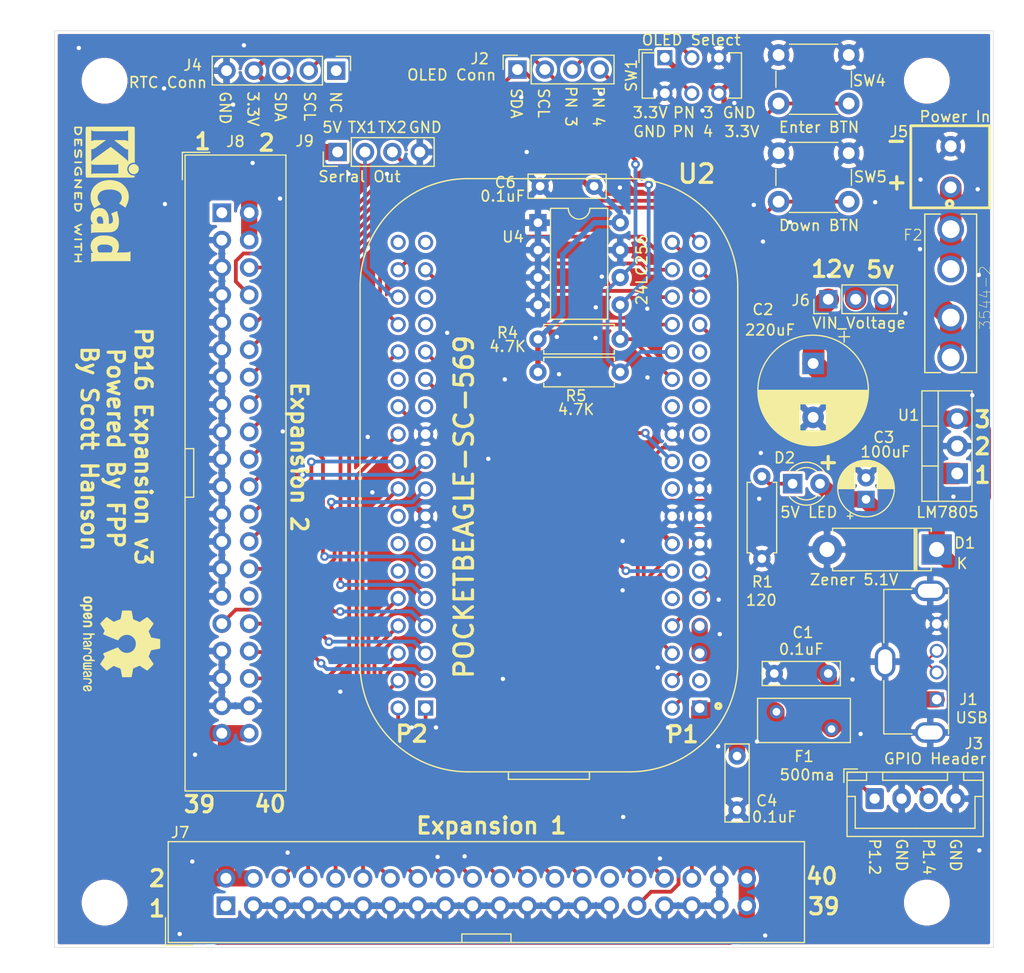
<source format=kicad_pcb>
(kicad_pcb (version 20171130) (host pcbnew "(5.1.5)-3")
  (title_block (title "PB16 Expansion") (date 2020-05-06) (rev v3) (company "Scott Hanson"))
  (layers (0 F.Cu signal) (31 B.Cu signal hide) (34 B.Paste user) (35 F.Paste user) (36 B.SilkS user) (37 F.SilkS user) (38 B.Mask user) (39 F.Mask user) (44 Edge.Cuts user))
  (net 0 "")
  (net 1 GND)
  (net 2 V_USB)
  (net 3 /12V)
  (net 4 +5V)
  (net 5 "Net-(D2-Pad1)")
  (net 6 /VIN)
  (net 7 VIN1)
  (net 8 USB_D+)
  (net 9 USB_D-)
  (net 10 /OLED_Pin_4)
  (net 11 /OLED_Pin_3)
  (net 12 I2C_SCL)
  (net 13 I2C_SDA)
  (net 14 GPIO2)
  (net 15 GPIO1)
  (net 16 +3V3)
  (net 17 "Net-(J4-Pad1)")
  (net 18 OUT16)
  (net 19 OUT15)
  (net 20 OUT14)
  (net 21 OUT13)
  (net 22 "Net-(J7-Pad30)")
  (net 23 OUT12)
  (net 24 OUT11)
  (net 25 OUT10)
  (net 26 OUT9)
  (net 27 OUT8)
  (net 28 OUT7)
  (net 29 OUT6)
  (net 30 OUT5)
  (net 31 OUT4)
  (net 32 OUT3)
  (net 33 OUT2)
  (net 34 OUT1)
  (net 35 "Net-(J7-Pad1)")
  (net 36 "Net-(U2-PadP2_36)")
  (net 37 "Net-(U2-PadP2_35)")
  (net 38 "Net-(U2-PadP2_31)")
  (net 39 "Net-(U2-PadP2_29)")
  (net 40 "Net-(U2-PadP2_26)")
  (net 41 "Net-(U2-PadP2_23)")
  (net 42 "Net-(U2-PadP2_16)")
  (net 43 "Net-(U2-PadP2_14)")
  (net 44 "Net-(U2-PadP2_13)")
  (net 45 "Net-(U2-PadP2_12)")
  (net 46 "Net-(U2-PadP1_27)")
  (net 47 "Net-(U2-PadP1_25)")
  (net 48 "Net-(U2-PadP1_24)")
  (net 49 "Net-(U2-PadP1_23)")
  (net 50 "Net-(U2-PadP1_21)")
  (net 51 "Net-(U2-PadP1_19)")
  (net 52 "Net-(U2-PadP1_18)")
  (net 53 "Net-(U2-PadP1_10)")
  (net 54 "Net-(U2-PadP1_3)")
  (net 55 BTN1)
  (net 56 BTN2)
  (net 57 OUT32)
  (net 58 OUT31)
  (net 59 OUT30)
  (net 60 OUT29)
  (net 61 "Net-(J8-Pad30)")
  (net 62 OUT28)
  (net 63 OUT27)
  (net 64 OUT26)
  (net 65 OUT25)
  (net 66 OUT24)
  (net 67 OUT23)
  (net 68 OUT22)
  (net 69 OUT21)
  (net 70 OUT20)
  (net 71 OUT19)
  (net 72 OUT18)
  (net 73 OUT17)
  (net 74 "Net-(J8-Pad1)")
  (net 75 TXD2)
  (net 76 TXD1)
  (module MountingHole:MountingHole_3.7mm (layer F.Cu) (at 243.84 40.64)
    (fp_text reference REF**)
    (fp_text value MountingHole_3.7mm)
    (pad 1 np_thru_hole circle (at 0 0) (size 3.7 3.7) (drill 3.7) (layers *.Cu *.Mask))
  )
  (module MountingHole:MountingHole_3.7mm (layer F.Cu) (at 167.64 40.64)
    (fp_text reference REF**)
    (fp_text value MountingHole_3.7mm)
    (pad 1 np_thru_hole circle (at 0 0) (size 3.7 3.7) (drill 3.7) (layers *.Cu *.Mask))
  )
  (module MountingHole:MountingHole_3.7mm (layer F.Cu) (at 243.84 116.84)
    (fp_text reference REF**)
    (fp_text value MountingHole_3.7mm)
    (pad 1 np_thru_hole circle (at 0 0) (size 3.7 3.7) (drill 3.7) (layers *.Cu *.Mask))
  )
  (module MountingHole:MountingHole_3.7mm (layer F.Cu) (at 167.64 116.84)
    (fp_text reference REF**)
    (fp_text value MountingHole_3.7mm)
    (pad 1 np_thru_hole circle (at 0 0) (size 3.7 3.7) (drill 3.7) (layers *.Cu *.Mask))
  )
  (module Connector_PinHeader_2.54mm:PinHeader_1x04_P2.54mm_Vertical (layer F.Cu) (at 189.23 47.244 90)
    (fp_text reference J9 (at 1.016 -3.048 180) (layer F.SilkS))
    (fp_text value "Serial Out" (at -2.286 2.032 180) (layer F.SilkS))
    (pad 4 thru_hole oval (at 0 7.62 90) (size 1.7 1.7) (drill 1) (layers *.Cu *.Mask) (net 1 GND))
    (pad 3 thru_hole oval (at 0 5.08 90) (size 1.7 1.7) (drill 1) (layers *.Cu *.Mask) (net 75 TXD2))
    (pad 2 thru_hole oval (at 0 2.54 90) (size 1.7 1.7) (drill 1) (layers *.Cu *.Mask) (net 76 TXD1))
    (pad 1 thru_hole rect (at 0 0 90) (size 1.7 1.7) (drill 1) (layers *.Cu *.Mask) (net 4 +5V))
  )
  (module Symbol:KiCad-Logo2_5mm_SilkScreen (layer F.Cu) (at 167.825 51.175 270)
    (fp_text reference REF** hide)
    (fp_text value KiCad-Logo2_5mm_SilkScreen hide)
  )
  (module Connector_IDC:IDC-Header_2x20_P2.54mm_Vertical (layer F.Cu) (at 178.5 52.875)
    (fp_text reference J8 (at 1.27 -6.604) (layer F.SilkS))
    (fp_text value "Output Header")
    (pad 40 thru_hole oval (at 2.54 48.26) (size 1.7272 1.7272) (drill 1.016) (layers *.Cu *.Mask) (net 4 +5V))
    (pad 39 thru_hole oval (at 0 48.26) (size 1.7272 1.7272) (drill 1.016) (layers *.Cu *.Mask) (net 4 +5V))
    (pad 38 thru_hole oval (at 2.54 45.72) (size 1.7272 1.7272) (drill 1.016) (layers *.Cu *.Mask) (net 1 GND))
    (pad 37 thru_hole oval (at 0 45.72) (size 1.7272 1.7272) (drill 1.016) (layers *.Cu *.Mask) (net 1 GND))
    (pad 36 thru_hole oval (at 2.54 43.18) (size 1.7272 1.7272) (drill 1.016) (layers *.Cu *.Mask) (net 57 OUT32))
    (pad 35 thru_hole oval (at 0 43.18) (size 1.7272 1.7272) (drill 1.016) (layers *.Cu *.Mask) (net 1 GND))
    (pad 34 thru_hole oval (at 2.54 40.64) (size 1.7272 1.7272) (drill 1.016) (layers *.Cu *.Mask) (net 58 OUT31))
    (pad 33 thru_hole oval (at 0 40.64) (size 1.7272 1.7272) (drill 1.016) (layers *.Cu *.Mask) (net 1 GND))
    (pad 32 thru_hole oval (at 2.54 38.1) (size 1.7272 1.7272) (drill 1.016) (layers *.Cu *.Mask) (net 59 OUT30))
    (pad 31 thru_hole oval (at 0 38.1) (size 1.7272 1.7272) (drill 1.016) (layers *.Cu *.Mask) (net 60 OUT29))
    (pad 30 thru_hole oval (at 2.54 35.56) (size 1.7272 1.7272) (drill 1.016) (layers *.Cu *.Mask) (net 61 "Net-(J8-Pad30)"))
    (pad 29 thru_hole oval (at 0 35.56) (size 1.7272 1.7272) (drill 1.016) (layers *.Cu *.Mask) (net 1 GND))
    (pad 28 thru_hole oval (at 2.54 33.02) (size 1.7272 1.7272) (drill 1.016) (layers *.Cu *.Mask) (net 62 OUT28))
    (pad 27 thru_hole oval (at 0 33.02) (size 1.7272 1.7272) (drill 1.016) (layers *.Cu *.Mask) (net 1 GND))
    (pad 26 thru_hole oval (at 2.54 30.48) (size 1.7272 1.7272) (drill 1.016) (layers *.Cu *.Mask) (net 63 OUT27))
    (pad 25 thru_hole oval (at 0 30.48) (size 1.7272 1.7272) (drill 1.016) (layers *.Cu *.Mask) (net 1 GND))
    (pad 24 thru_hole oval (at 2.54 27.94) (size 1.7272 1.7272) (drill 1.016) (layers *.Cu *.Mask) (net 64 OUT26))
    (pad 23 thru_hole oval (at 0 27.94) (size 1.7272 1.7272) (drill 1.016) (layers *.Cu *.Mask) (net 1 GND))
    (pad 22 thru_hole oval (at 2.54 25.4) (size 1.7272 1.7272) (drill 1.016) (layers *.Cu *.Mask) (net 65 OUT25))
    (pad 21 thru_hole oval (at 0 25.4) (size 1.7272 1.7272) (drill 1.016) (layers *.Cu *.Mask) (net 1 GND))
    (pad 20 thru_hole oval (at 2.54 22.86) (size 1.7272 1.7272) (drill 1.016) (layers *.Cu *.Mask) (net 66 OUT24))
    (pad 19 thru_hole oval (at 0 22.86) (size 1.7272 1.7272) (drill 1.016) (layers *.Cu *.Mask) (net 1 GND))
    (pad 18 thru_hole oval (at 2.54 20.32) (size 1.7272 1.7272) (drill 1.016) (layers *.Cu *.Mask) (net 67 OUT23))
    (pad 17 thru_hole oval (at 0 20.32) (size 1.7272 1.7272) (drill 1.016) (layers *.Cu *.Mask) (net 1 GND))
    (pad 16 thru_hole oval (at 2.54 17.78) (size 1.7272 1.7272) (drill 1.016) (layers *.Cu *.Mask) (net 68 OUT22))
    (pad 15 thru_hole oval (at 0 17.78) (size 1.7272 1.7272) (drill 1.016) (layers *.Cu *.Mask) (net 1 GND))
    (pad 14 thru_hole oval (at 2.54 15.24) (size 1.7272 1.7272) (drill 1.016) (layers *.Cu *.Mask) (net 69 OUT21))
    (pad 13 thru_hole oval (at 0 15.24) (size 1.7272 1.7272) (drill 1.016) (layers *.Cu *.Mask) (net 1 GND))
    (pad 12 thru_hole oval (at 2.54 12.7) (size 1.7272 1.7272) (drill 1.016) (layers *.Cu *.Mask) (net 70 OUT20))
    (pad 11 thru_hole oval (at 0 12.7) (size 1.7272 1.7272) (drill 1.016) (layers *.Cu *.Mask) (net 1 GND))
    (pad 10 thru_hole oval (at 2.54 10.16) (size 1.7272 1.7272) (drill 1.016) (layers *.Cu *.Mask) (net 71 OUT19))
    (pad 9 thru_hole oval (at 0 10.16) (size 1.7272 1.7272) (drill 1.016) (layers *.Cu *.Mask) (net 1 GND))
    (pad 8 thru_hole oval (at 2.54 7.62) (size 1.7272 1.7272) (drill 1.016) (layers *.Cu *.Mask) (net 72 OUT18))
    (pad 7 thru_hole oval (at 0 7.62) (size 1.7272 1.7272) (drill 1.016) (layers *.Cu *.Mask) (net 1 GND))
    (pad 6 thru_hole oval (at 2.54 5.08) (size 1.7272 1.7272) (drill 1.016) (layers *.Cu *.Mask) (net 73 OUT17))
    (pad 5 thru_hole oval (at 0 5.08) (size 1.7272 1.7272) (drill 1.016) (layers *.Cu *.Mask) (net 1 GND))
    (pad 4 thru_hole oval (at 2.54 2.54) (size 1.7272 1.7272) (drill 1.016) (layers *.Cu *.Mask) (net 4 +5V))
    (pad 3 thru_hole oval (at 0 2.54) (size 1.7272 1.7272) (drill 1.016) (layers *.Cu *.Mask) (net 1 GND))
    (pad 2 thru_hole oval (at 2.54 0) (size 1.7272 1.7272) (drill 1.016) (layers *.Cu *.Mask) (net 4 +5V))
    (pad 1 thru_hole rect (at 0 0) (size 1.7272 1.7272) (drill 1.016) (layers *.Cu *.Mask) (net 74 "Net-(J8-Pad1)"))
  )
  (module Connector_PinHeader_2.54mm:PinHeader_1x03_P2.54mm_Vertical (layer F.Cu) (at 234.7 60.9 90)
    (fp_text reference J6 (at -0.1 -2.55 180) (layer F.SilkS))
    (fp_text value VIN_Voltage (at -2.2 2.85 180) (layer F.SilkS))
    (pad 3 thru_hole oval (at 0 5.08 90) (size 1.7 1.7) (drill 1) (layers *.Cu *.Mask) (net 4 +5V))
    (pad 2 thru_hole oval (at 0 2.54 90) (size 1.7 1.7) (drill 1) (layers *.Cu *.Mask) (net 6 /VIN))
    (pad 1 thru_hole rect (at 0 0 90) (size 1.7 1.7) (drill 1) (layers *.Cu *.Mask) (net 3 /12V))
  )
  (module MKDS1_2-3.81:PHOENIX_MKDS1_2-3.81 (layer F.Cu) (at 245.999 48.6156 90)
    (fp_text reference J5 (at 3.25 -4.75 180) (layer F.SilkS) (effects (font (size 1.00179 1.00179))))
    (fp_text value "Power In" (at 4.65 0.45 180) (layer F.SilkS) (effects (font (size 1.00045 1.00045))))
    (pad 2 thru_hole circle (at 1.90444 0.050459 90) (size 1.904 1.904) (drill 1.1) (layers *.Cu *.Mask) (net 1 GND))
    (pad 1 thru_hole circle (at -1.90556 0.050459 90) (size 1.904 1.904) (drill 1.1) (layers *.Cu *.Mask) (net 7 VIN1))
  )
  (module Capacitor_THT:CP_Radial_D5.0mm_P2.00mm (layer F.Cu) (at 238.2 79.45 90)
    (fp_text reference C3 (at 5.75 1.65 180) (layer F.SilkS))
    (fp_text value 100uF (at 4.4 1.8 180) (layer F.SilkS))
    (pad 2 thru_hole circle (at 2 0 90) (size 1.6 1.6) (drill 0.8) (layers *.Cu *.Mask) (net 1 GND))
    (pad 1 thru_hole rect (at 0 0 90) (size 1.6 1.6) (drill 0.8) (layers *.Cu *.Mask) (net 4 +5V))
  )
  (module Package_TO_SOT_THT:TO-220-3_Vertical (layer F.Cu) (at 246.65 77.05 90)
    (fp_text reference U1 (at 5.4 -4.5 180) (layer F.SilkS))
    (fp_text value LM7805 (at -3.6 -0.9 180) (layer F.SilkS))
    (pad 3 thru_hole oval (at 5.08 0 90) (size 1.905 2) (drill 1.1) (layers *.Cu *.Mask) (net 4 +5V))
    (pad 2 thru_hole oval (at 2.54 0 90) (size 1.905 2) (drill 1.1) (layers *.Cu *.Mask) (net 1 GND))
    (pad 1 thru_hole rect (at 0 0 90) (size 1.905 2) (drill 1.1) (layers *.Cu *.Mask) (net 3 /12V))
  )
  (module Button_Switch_THT:SW_PUSH_6mm (layer F.Cu) (at 230.1 47.35)
    (fp_text reference SW5 (at 8.5 2.2) (layer F.SilkS))
    (fp_text value "Down BTN" (at 3.75 6.7) (layer F.SilkS))
    (pad 1 thru_hole circle (at 6.5 0 90) (size 2 2) (drill 1.1) (layers *.Cu *.Mask) (net 1 GND))
    (pad 2 thru_hole circle (at 6.5 4.5 90) (size 2 2) (drill 1.1) (layers *.Cu *.Mask) (net 56 BTN2))
    (pad 1 thru_hole circle (at 0 0 90) (size 2 2) (drill 1.1) (layers *.Cu *.Mask) (net 1 GND))
    (pad 2 thru_hole circle (at 0 4.5 90) (size 2 2) (drill 1.1) (layers *.Cu *.Mask) (net 56 BTN2))
  )
  (module Button_Switch_THT:SW_PUSH_6mm (layer F.Cu) (at 230.1 38.25)
    (fp_text reference SW4 (at 8.406 2.39) (layer F.SilkS))
    (fp_text value "Enter BTN" (at 3.75 6.7) (layer F.SilkS))
    (pad 1 thru_hole circle (at 6.5 0 90) (size 2 2) (drill 1.1) (layers *.Cu *.Mask) (net 1 GND))
    (pad 2 thru_hole circle (at 6.5 4.5 90) (size 2 2) (drill 1.1) (layers *.Cu *.Mask) (net 55 BTN1))
    (pad 1 thru_hole circle (at 0 0 90) (size 2 2) (drill 1.1) (layers *.Cu *.Mask) (net 1 GND))
    (pad 2 thru_hole circle (at 0 4.5 90) (size 2 2) (drill 1.1) (layers *.Cu *.Mask) (net 55 BTN1))
  )
  (module Package_DIP:DIP-8_W7.62mm (layer F.Cu) (at 207.8 53.8)
    (fp_text reference U4 (at -2.314 1.318) (layer F.SilkS))
    (fp_text value 24LC256 (at 9.624 4.366 90) (layer F.SilkS))
    (pad 8 thru_hole oval (at 7.62 0) (size 1.6 1.6) (drill 0.8) (layers *.Cu *.Mask) (net 16 +3V3))
    (pad 4 thru_hole oval (at 0 7.62) (size 1.6 1.6) (drill 0.8) (layers *.Cu *.Mask) (net 1 GND))
    (pad 7 thru_hole oval (at 7.62 2.54) (size 1.6 1.6) (drill 0.8) (layers *.Cu *.Mask) (net 1 GND))
    (pad 3 thru_hole oval (at 0 5.08) (size 1.6 1.6) (drill 0.8) (layers *.Cu *.Mask) (net 1 GND))
    (pad 6 thru_hole oval (at 7.62 5.08) (size 1.6 1.6) (drill 0.8) (layers *.Cu *.Mask) (net 12 I2C_SCL))
    (pad 2 thru_hole oval (at 0 2.54) (size 1.6 1.6) (drill 0.8) (layers *.Cu *.Mask) (net 1 GND))
    (pad 5 thru_hole oval (at 7.62 7.62) (size 1.6 1.6) (drill 0.8) (layers *.Cu *.Mask) (net 13 I2C_SDA))
    (pad 1 thru_hole rect (at 0 0) (size 1.6 1.6) (drill 0.8) (layers *.Cu *.Mask) (net 1 GND))
  )
  (module Resistor_THT:R_Axial_DIN0207_L6.3mm_D2.5mm_P7.62mm_Horizontal (layer F.Cu) (at 207.8 67.65)
    (fp_text reference R5 (at 3.528 2.2) (layer F.SilkS))
    (fp_text value 4.7K (at 3.528 3.47) (layer F.SilkS))
    (pad 2 thru_hole oval (at 7.62 0) (size 1.6 1.6) (drill 0.8) (layers *.Cu *.Mask) (net 12 I2C_SCL))
    (pad 1 thru_hole circle (at 0 0) (size 1.6 1.6) (drill 0.8) (layers *.Cu *.Mask) (net 16 +3V3))
  )
  (module Resistor_THT:R_Axial_DIN0207_L6.3mm_D2.5mm_P7.62mm_Horizontal (layer F.Cu) (at 207.8 64.6)
    (fp_text reference R4 (at -2.822 -0.592) (layer F.SilkS))
    (fp_text value 4.7K (at -2.822 0.678) (layer F.SilkS))
    (pad 2 thru_hole oval (at 7.62 0) (size 1.6 1.6) (drill 0.8) (layers *.Cu *.Mask) (net 13 I2C_SDA))
    (pad 1 thru_hole circle (at 0 0) (size 1.6 1.6) (drill 0.8) (layers *.Cu *.Mask) (net 16 +3V3))
  )
  (module Capacitor_THT:C_Rect_L7.0mm_W2.0mm_P5.00mm (layer F.Cu) (at 208.0006 50.419)
    (fp_text reference C6 (at -3.226 -0.354) (layer F.SilkS))
    (fp_text value 0.1uF (at -3.48 0.916) (layer F.SilkS))
    (pad 2 thru_hole circle (at 5 0) (size 1.6 1.6) (drill 0.8) (layers *.Cu *.Mask) (net 16 +3V3))
    (pad 1 thru_hole circle (at 0 0) (size 1.6 1.6) (drill 0.8) (layers *.Cu *.Mask) (net 1 GND))
  )
  (module Symbol:OSHW-Logo2_9.8x8mm_SilkScreen (layer F.Cu) (at 169.075 92.85 270)
    (fp_text reference REF** hide)
    (fp_text value OSHW-Logo2_9.8x8mm_SilkScreen hide)
  )
  (module LED_THT:LED_D3.0mm (layer F.Cu) (at 231.4 78)
    (fp_text reference D2 (at -0.75 -2.4) (layer F.SilkS))
    (fp_text value "5V LED" (at 1.5 2.65) (layer F.SilkS))
    (pad 2 thru_hole circle (at 2.54 0) (size 1.8 1.8) (drill 0.9) (layers *.Cu *.Mask) (net 4 +5V))
    (pad 1 thru_hole rect (at 0 0) (size 1.8 1.8) (drill 0.9) (layers *.Cu *.Mask) (net 5 "Net-(D2-Pad1)"))
  )
  (module Connector_IDC:IDC-Header_2x20_P2.54mm_Vertical (layer F.Cu) (at 178.8846 117.1321 90)
    (fp_text reference J7 (at 6.7921 -4.2446 180) (layer F.SilkS))
    (fp_text value "Output Header")
    (pad 40 thru_hole oval (at 2.54 48.26 90) (size 1.7272 1.7272) (drill 1.016) (layers *.Cu *.Mask) (net 4 +5V))
    (pad 39 thru_hole oval (at 0 48.26 90) (size 1.7272 1.7272) (drill 1.016) (layers *.Cu *.Mask) (net 4 +5V))
    (pad 38 thru_hole oval (at 2.54 45.72 90) (size 1.7272 1.7272) (drill 1.016) (layers *.Cu *.Mask) (net 1 GND))
    (pad 37 thru_hole oval (at 0 45.72 90) (size 1.7272 1.7272) (drill 1.016) (layers *.Cu *.Mask) (net 1 GND))
    (pad 36 thru_hole oval (at 2.54 43.18 90) (size 1.7272 1.7272) (drill 1.016) (layers *.Cu *.Mask) (net 18 OUT16))
    (pad 35 thru_hole oval (at 0 43.18 90) (size 1.7272 1.7272) (drill 1.016) (layers *.Cu *.Mask) (net 1 GND))
    (pad 34 thru_hole oval (at 2.54 40.64 90) (size 1.7272 1.7272) (drill 1.016) (layers *.Cu *.Mask) (net 19 OUT15))
    (pad 33 thru_hole oval (at 0 40.64 90) (size 1.7272 1.7272) (drill 1.016) (layers *.Cu *.Mask) (net 1 GND))
    (pad 32 thru_hole oval (at 2.54 38.1 90) (size 1.7272 1.7272) (drill 1.016) (layers *.Cu *.Mask) (net 20 OUT14))
    (pad 31 thru_hole oval (at 0 38.1 90) (size 1.7272 1.7272) (drill 1.016) (layers *.Cu *.Mask) (net 21 OUT13))
    (pad 30 thru_hole oval (at 2.54 35.56 90) (size 1.7272 1.7272) (drill 1.016) (layers *.Cu *.Mask) (net 22 "Net-(J7-Pad30)"))
    (pad 29 thru_hole oval (at 0 35.56 90) (size 1.7272 1.7272) (drill 1.016) (layers *.Cu *.Mask) (net 1 GND))
    (pad 28 thru_hole oval (at 2.54 33.02 90) (size 1.7272 1.7272) (drill 1.016) (layers *.Cu *.Mask) (net 23 OUT12))
    (pad 27 thru_hole oval (at 0 33.02 90) (size 1.7272 1.7272) (drill 1.016) (layers *.Cu *.Mask) (net 1 GND))
    (pad 26 thru_hole oval (at 2.54 30.48 90) (size 1.7272 1.7272) (drill 1.016) (layers *.Cu *.Mask) (net 24 OUT11))
    (pad 25 thru_hole oval (at 0 30.48 90) (size 1.7272 1.7272) (drill 1.016) (layers *.Cu *.Mask) (net 1 GND))
    (pad 24 thru_hole oval (at 2.54 27.94 90) (size 1.7272 1.7272) (drill 1.016) (layers *.Cu *.Mask) (net 25 OUT10))
    (pad 23 thru_hole oval (at 0 27.94 90) (size 1.7272 1.7272) (drill 1.016) (layers *.Cu *.Mask) (net 1 GND))
    (pad 22 thru_hole oval (at 2.54 25.4 90) (size 1.7272 1.7272) (drill 1.016) (layers *.Cu *.Mask) (net 26 OUT9))
    (pad 21 thru_hole oval (at 0 25.4 90) (size 1.7272 1.7272) (drill 1.016) (layers *.Cu *.Mask) (net 1 GND))
    (pad 20 thru_hole oval (at 2.54 22.86 90) (size 1.7272 1.7272) (drill 1.016) (layers *.Cu *.Mask) (net 27 OUT8))
    (pad 19 thru_hole oval (at 0 22.86 90) (size 1.7272 1.7272) (drill 1.016) (layers *.Cu *.Mask) (net 1 GND))
    (pad 18 thru_hole oval (at 2.54 20.32 90) (size 1.7272 1.7272) (drill 1.016) (layers *.Cu *.Mask) (net 28 OUT7))
    (pad 17 thru_hole oval (at 0 20.32 90) (size 1.7272 1.7272) (drill 1.016) (layers *.Cu *.Mask) (net 1 GND))
    (pad 16 thru_hole oval (at 2.54 17.78 90) (size 1.7272 1.7272) (drill 1.016) (layers *.Cu *.Mask) (net 29 OUT6))
    (pad 15 thru_hole oval (at 0 17.78 90) (size 1.7272 1.7272) (drill 1.016) (layers *.Cu *.Mask) (net 1 GND))
    (pad 14 thru_hole oval (at 2.54 15.24 90) (size 1.7272 1.7272) (drill 1.016) (layers *.Cu *.Mask) (net 30 OUT5))
    (pad 13 thru_hole oval (at 0 15.24 90) (size 1.7272 1.7272) (drill 1.016) (layers *.Cu *.Mask) (net 1 GND))
    (pad 12 thru_hole oval (at 2.54 12.7 90) (size 1.7272 1.7272) (drill 1.016) (layers *.Cu *.Mask) (net 31 OUT4))
    (pad 11 thru_hole oval (at 0 12.7 90) (size 1.7272 1.7272) (drill 1.016) (layers *.Cu *.Mask) (net 1 GND))
    (pad 10 thru_hole oval (at 2.54 10.16 90) (size 1.7272 1.7272) (drill 1.016) (layers *.Cu *.Mask) (net 32 OUT3))
    (pad 9 thru_hole oval (at 0 10.16 90) (size 1.7272 1.7272) (drill 1.016) (layers *.Cu *.Mask) (net 1 GND))
    (pad 8 thru_hole oval (at 2.54 7.62 90) (size 1.7272 1.7272) (drill 1.016) (layers *.Cu *.Mask) (net 33 OUT2))
    (pad 7 thru_hole oval (at 0 7.62 90) (size 1.7272 1.7272) (drill 1.016) (layers *.Cu *.Mask) (net 1 GND))
    (pad 6 thru_hole oval (at 2.54 5.08 90) (size 1.7272 1.7272) (drill 1.016) (layers *.Cu *.Mask) (net 34 OUT1))
    (pad 5 thru_hole oval (at 0 5.08 90) (size 1.7272 1.7272) (drill 1.016) (layers *.Cu *.Mask) (net 1 GND))
    (pad 4 thru_hole oval (at 2.54 2.54 90) (size 1.7272 1.7272) (drill 1.016) (layers *.Cu *.Mask) (net 4 +5V))
    (pad 3 thru_hole oval (at 0 2.54 90) (size 1.7272 1.7272) (drill 1.016) (layers *.Cu *.Mask) (net 1 GND))
    (pad 2 thru_hole oval (at 2.54 0 90) (size 1.7272 1.7272) (drill 1.016) (layers *.Cu *.Mask) (net 4 +5V))
    (pad 1 thru_hole rect (at 0 0 90) (size 1.7272 1.7272) (drill 1.016) (layers *.Cu *.Mask) (net 35 "Net-(J7-Pad1)"))
  )
  (module POCKETBEAGLE:BEAGLE_POCKETBEAGLE-SC-569 (layer F.Cu) (at 208.8147 77.2127 180)
    (fp_text reference U2 (at -13.6893 27.9367) (layer F.SilkS) (effects (font (size 1.72032 1.72032) (thickness 0.3))))
    (fp_text value POCKETBEAGLE-SC-569 (at 7.8647 -2.9373 90) (layer F.SilkS) (effects (font (size 1.72009 1.72009) (thickness 0.3))))
    (pad P2_36 thru_hole circle (at 13.97 21.59 180) (size 1.408 1.408) (drill 0.9) (layers *.Cu *.Mask) (net 36 "Net-(U2-PadP2_36)"))
    (pad P2_35 thru_hole circle (at 11.43 21.59 180) (size 1.408 1.408) (drill 0.9) (layers *.Cu *.Mask) (net 37 "Net-(U2-PadP2_35)"))
    (pad P2_34 thru_hole circle (at 13.97 19.05 180) (size 1.408 1.408) (drill 0.9) (layers *.Cu *.Mask) (net 20 OUT14))
    (pad P2_33 thru_hole circle (at 11.43 19.05 180) (size 1.408 1.408) (drill 0.9) (layers *.Cu *.Mask) (net 23 OUT12))
    (pad P2_32 thru_hole circle (at 13.97 16.51 180) (size 1.408 1.408) (drill 0.9) (layers *.Cu *.Mask) (net 76 TXD1))
    (pad P2_31 thru_hole circle (at 11.43 16.51 180) (size 1.408 1.408) (drill 0.9) (layers *.Cu *.Mask) (net 38 "Net-(U2-PadP2_31)"))
    (pad P2_30 thru_hole circle (at 13.97 13.97 180) (size 1.408 1.408) (drill 0.9) (layers *.Cu *.Mask) (net 19 OUT15))
    (pad P2_29 thru_hole circle (at 11.43 13.97 180) (size 1.408 1.408) (drill 0.9) (layers *.Cu *.Mask) (net 39 "Net-(U2-PadP2_29)"))
    (pad P2_28 thru_hole circle (at 13.97 11.43 180) (size 1.408 1.408) (drill 0.9) (layers *.Cu *.Mask) (net 57 OUT32))
    (pad P2_27 thru_hole circle (at 11.43 11.43 180) (size 1.408 1.408) (drill 0.9) (layers *.Cu *.Mask) (net 24 OUT11))
    (pad P2_26 thru_hole circle (at 13.97 8.89 180) (size 1.408 1.408) (drill 0.9) (layers *.Cu *.Mask) (net 40 "Net-(U2-PadP2_26)"))
    (pad P2_25 thru_hole circle (at 11.43 8.89 180) (size 1.408 1.408) (drill 0.9) (layers *.Cu *.Mask) (net 25 OUT10))
    (pad P2_24 thru_hole circle (at 13.97 6.35 180) (size 1.408 1.408) (drill 0.9) (layers *.Cu *.Mask) (net 26 OUT9))
    (pad P2_23 thru_hole circle (at 11.43 6.35 180) (size 1.408 1.408) (drill 0.9) (layers *.Cu *.Mask) (net 41 "Net-(U2-PadP2_23)"))
    (pad P2_22 thru_hole circle (at 13.97 3.81 180) (size 1.408 1.408) (drill 0.9) (layers *.Cu *.Mask) (net 34 OUT1))
    (pad P2_21 thru_hole circle (at 11.43 3.81 180) (size 1.408 1.408) (drill 0.9) (layers *.Cu *.Mask) (net 1 GND))
    (pad P2_20 thru_hole circle (at 13.97 1.27 180) (size 1.408 1.408) (drill 0.9) (layers *.Cu *.Mask) (net 63 OUT27))
    (pad P2_19 thru_hole circle (at 11.43 1.27 180) (size 1.408 1.408) (drill 0.9) (layers *.Cu *.Mask) (net 64 OUT26))
    (pad P2_18 thru_hole circle (at 13.97 -1.27 180) (size 1.408 1.408) (drill 0.9) (layers *.Cu *.Mask) (net 33 OUT2))
    (pad P2_17 thru_hole circle (at 11.43 -1.27 180) (size 1.408 1.408) (drill 0.9) (layers *.Cu *.Mask) (net 62 OUT28))
    (pad P2_16 thru_hole circle (at 13.97 -3.81 180) (size 1.408 1.408) (drill 0.9) (layers *.Cu *.Mask) (net 42 "Net-(U2-PadP2_16)"))
    (pad P2_15 thru_hole circle (at 11.43 -3.81 180) (size 1.408 1.408) (drill 0.9) (layers *.Cu *.Mask) (net 1 GND))
    (pad P2_14 thru_hole circle (at 13.97 -6.35 180) (size 1.408 1.408) (drill 0.9) (layers *.Cu *.Mask) (net 43 "Net-(U2-PadP2_14)"))
    (pad P2_13 thru_hole circle (at 11.43 -6.35 180) (size 1.408 1.408) (drill 0.9) (layers *.Cu *.Mask) (net 44 "Net-(U2-PadP2_13)"))
    (pad P2_12 thru_hole circle (at 13.97 -8.89 180) (size 1.408 1.408) (drill 0.9) (layers *.Cu *.Mask) (net 45 "Net-(U2-PadP2_12)"))
    (pad P2_11 thru_hole circle (at 11.43 -8.89 180) (size 1.408 1.408) (drill 0.9) (layers *.Cu *.Mask) (net 65 OUT25))
    (pad P2_10 thru_hole circle (at 13.97 -11.43 180) (size 1.408 1.408) (drill 0.9) (layers *.Cu *.Mask) (net 32 OUT3))
    (pad P2_9 thru_hole circle (at 11.43 -11.43 180) (size 1.408 1.408) (drill 0.9) (layers *.Cu *.Mask) (net 66 OUT24))
    (pad P2_8 thru_hole circle (at 13.97 -13.97 180) (size 1.408 1.408) (drill 0.9) (layers *.Cu *.Mask) (net 31 OUT4))
    (pad P2_7 thru_hole circle (at 11.43 -13.97 180) (size 1.408 1.408) (drill 0.9) (layers *.Cu *.Mask) (net 60 OUT29))
    (pad P2_6 thru_hole circle (at 13.97 -16.51 180) (size 1.408 1.408) (drill 0.9) (layers *.Cu *.Mask) (net 30 OUT5))
    (pad P2_5 thru_hole circle (at 11.43 -16.51 180) (size 1.408 1.408) (drill 0.9) (layers *.Cu *.Mask) (net 59 OUT30))
    (pad P2_4 thru_hole circle (at 13.97 -19.05 180) (size 1.408 1.408) (drill 0.9) (layers *.Cu *.Mask) (net 29 OUT6))
    (pad P2_3 thru_hole circle (at 11.43 -19.05 180) (size 1.408 1.408) (drill 0.9) (layers *.Cu *.Mask) (net 58 OUT31))
    (pad P2_2 thru_hole circle (at 13.97 -21.59 180) (size 1.408 1.408) (drill 0.9) (layers *.Cu *.Mask) (net 28 OUT7))
    (pad P2_1 thru_hole rect (at 11.43 -21.59 180) (size 1.408 1.408) (drill 0.9) (layers *.Cu *.Mask) (net 27 OUT8))
    (pad P1_36 thru_hole circle (at -11.43 21.59 180) (size 1.408 1.408) (drill 0.9) (layers *.Cu *.Mask) (net 75 TXD2))
    (pad P1_35 thru_hole circle (at -13.97 21.59 180) (size 1.408 1.408) (drill 0.9) (layers *.Cu *.Mask) (net 72 OUT18))
    (pad P1_34 thru_hole circle (at -11.43 19.05 180) (size 1.408 1.408) (drill 0.9) (layers *.Cu *.Mask) (net 71 OUT19))
    (pad P1_33 thru_hole circle (at -13.97 19.05 180) (size 1.408 1.408) (drill 0.9) (layers *.Cu *.Mask) (net 18 OUT16))
    (pad P1_32 thru_hole circle (at -11.43 16.51 180) (size 1.408 1.408) (drill 0.9) (layers *.Cu *.Mask) (net 70 OUT20))
    (pad P1_31 thru_hole circle (at -13.97 16.51 180) (size 1.408 1.408) (drill 0.9) (layers *.Cu *.Mask) (net 73 OUT17))
    (pad P1_30 thru_hole circle (at -11.43 13.97 180) (size 1.408 1.408) (drill 0.9) (layers *.Cu *.Mask) (net 69 OUT21))
    (pad P1_29 thru_hole circle (at -13.97 13.97 180) (size 1.408 1.408) (drill 0.9) (layers *.Cu *.Mask) (net 21 OUT13))
    (pad P1_28 thru_hole circle (at -11.43 11.43 180) (size 1.408 1.408) (drill 0.9) (layers *.Cu *.Mask) (net 12 I2C_SCL))
    (pad P1_27 thru_hole circle (at -13.97 11.43 180) (size 1.408 1.408) (drill 0.9) (layers *.Cu *.Mask) (net 46 "Net-(U2-PadP1_27)"))
    (pad P1_26 thru_hole circle (at -11.43 8.89 180) (size 1.408 1.408) (drill 0.9) (layers *.Cu *.Mask) (net 13 I2C_SDA))
    (pad P1_25 thru_hole circle (at -13.97 8.89 180) (size 1.408 1.408) (drill 0.9) (layers *.Cu *.Mask) (net 47 "Net-(U2-PadP1_25)"))
    (pad P1_24 thru_hole circle (at -11.43 6.35 180) (size 1.408 1.408) (drill 0.9) (layers *.Cu *.Mask) (net 48 "Net-(U2-PadP1_24)"))
    (pad P1_23 thru_hole circle (at -13.97 6.35 180) (size 1.408 1.408) (drill 0.9) (layers *.Cu *.Mask) (net 49 "Net-(U2-PadP1_23)"))
    (pad P1_22 thru_hole circle (at -11.43 3.81 180) (size 1.408 1.408) (drill 0.9) (layers *.Cu *.Mask) (net 1 GND))
    (pad P1_21 thru_hole circle (at -13.97 3.81 180) (size 1.408 1.408) (drill 0.9) (layers *.Cu *.Mask) (net 50 "Net-(U2-PadP1_21)"))
    (pad P1_20 thru_hole circle (at -11.43 1.27 180) (size 1.408 1.408) (drill 0.9) (layers *.Cu *.Mask) (net 68 OUT22))
    (pad P1_19 thru_hole circle (at -13.97 1.27 180) (size 1.408 1.408) (drill 0.9) (layers *.Cu *.Mask) (net 51 "Net-(U2-PadP1_19)"))
    (pad P1_18 thru_hole circle (at -11.43 -1.27 180) (size 1.408 1.408) (drill 0.9) (layers *.Cu *.Mask) (net 52 "Net-(U2-PadP1_18)"))
    (pad P1_17 thru_hole circle (at -13.97 -1.27 180) (size 1.408 1.408) (drill 0.9) (layers *.Cu *.Mask) (net 1 GND))
    (pad P1_16 thru_hole circle (at -11.43 -3.81 180) (size 1.408 1.408) (drill 0.9) (layers *.Cu *.Mask) (net 1 GND))
    (pad P1_15 thru_hole circle (at -13.97 -3.81 180) (size 1.408 1.408) (drill 0.9) (layers *.Cu *.Mask) (net 1 GND))
    (pad P1_14 thru_hole circle (at -11.43 -6.35 180) (size 1.408 1.408) (drill 0.9) (layers *.Cu *.Mask) (net 16 +3V3))
    (pad P1_13 thru_hole circle (at -13.97 -6.35 180) (size 1.408 1.408) (drill 0.9) (layers *.Cu *.Mask) (net 1 GND))
    (pad P1_12 thru_hole circle (at -11.43 -8.89 180) (size 1.408 1.408) (drill 0.9) (layers *.Cu *.Mask) (net 67 OUT23))
    (pad P1_11 thru_hole circle (at -13.97 -8.89 180) (size 1.408 1.408) (drill 0.9) (layers *.Cu *.Mask) (net 8 USB_D+))
    (pad P1_10 thru_hole circle (at -11.43 -11.43 180) (size 1.408 1.408) (drill 0.9) (layers *.Cu *.Mask) (net 53 "Net-(U2-PadP1_10)"))
    (pad P1_9 thru_hole circle (at -13.97 -11.43 180) (size 1.408 1.408) (drill 0.9) (layers *.Cu *.Mask) (net 9 USB_D-))
    (pad P1_8 thru_hole circle (at -11.43 -13.97 180) (size 1.408 1.408) (drill 0.9) (layers *.Cu *.Mask) (net 56 BTN2))
    (pad P1_7 thru_hole circle (at -13.97 -13.97 180) (size 1.408 1.408) (drill 0.9) (layers *.Cu *.Mask) (net 2 V_USB))
    (pad P1_6 thru_hole circle (at -11.43 -16.51 180) (size 1.408 1.408) (drill 0.9) (layers *.Cu *.Mask) (net 55 BTN1))
    (pad P1_5 thru_hole circle (at -13.97 -16.51 180) (size 1.408 1.408) (drill 0.9) (layers *.Cu *.Mask) (net 2 V_USB))
    (pad P1_4 thru_hole circle (at -11.43 -19.05 180) (size 1.408 1.408) (drill 0.9) (layers *.Cu *.Mask) (net 14 GPIO2))
    (pad P1_3 thru_hole circle (at -13.97 -19.05 180) (size 1.408 1.408) (drill 0.9) (layers *.Cu *.Mask) (net 54 "Net-(U2-PadP1_3)"))
    (pad P1_2 thru_hole circle (at -11.43 -21.59 180) (size 1.408 1.408) (drill 0.9) (layers *.Cu *.Mask) (net 15 GPIO1))
    (pad P1_1 thru_hole rect (at -13.97 -21.59 180) (size 1.408 1.408) (drill 0.9) (layers *.Cu *.Mask) (net 4 +5V))
  )
  (module Button_Switch_THT:SW_CuK_JS202011CQN_DPDT_Straight (layer F.Cu) (at 219.56 38.5)
    (fp_text reference SW1 (at -3.11 1.65 90) (layer F.SilkS))
    (fp_text value "OLED Select" (at 2.44 -1.65) (layer F.SilkS))
    (pad 6 thru_hole circle (at 5 3.3) (size 1.4 1.4) (drill 0.9) (layers *.Cu *.Mask) (net 16 +3V3))
    (pad 5 thru_hole circle (at 2.5 3.3) (size 1.4 1.4) (drill 0.9) (layers *.Cu *.Mask) (net 10 /OLED_Pin_4))
    (pad 4 thru_hole circle (at 0 3.3) (size 1.4 1.4) (drill 0.9) (layers *.Cu *.Mask) (net 1 GND))
    (pad 3 thru_hole circle (at 5 0) (size 1.4 1.4) (drill 0.9) (layers *.Cu *.Mask) (net 1 GND))
    (pad 2 thru_hole circle (at 2.5 0) (size 1.4 1.4) (drill 0.9) (layers *.Cu *.Mask) (net 11 /OLED_Pin_3))
    (pad 1 thru_hole rect (at 0 0) (size 1.4 1.4) (drill 0.9) (layers *.Cu *.Mask) (net 16 +3V3))
  )
  (module Resistor_THT:R_Axial_DIN0207_L6.3mm_D2.5mm_P7.62mm_Horizontal (layer F.Cu) (at 228.55 84.95 90)
    (fp_text reference R1 (at -2.15 0.05 180) (layer F.SilkS))
    (fp_text value 120 (at -3.85 -0.05 180) (layer F.SilkS))
    (pad 2 thru_hole oval (at 7.62 0 90) (size 1.6 1.6) (drill 0.8) (layers *.Cu *.Mask) (net 5 "Net-(D2-Pad1)"))
    (pad 1 thru_hole circle (at 0 0 90) (size 1.6 1.6) (drill 0.8) (layers *.Cu *.Mask) (net 1 GND))
  )
  (module Connector_PinHeader_2.54mm:PinHeader_1x05_P2.54mm_Vertical (layer F.Cu) (at 189.1 39.7 270)
    (fp_text reference J4 (at -0.5 13.3 180) (layer F.SilkS))
    (fp_text value "RTC Conn" (at 1.1 15.6 180) (layer F.SilkS))
    (pad 5 thru_hole oval (at 0 10.16 270) (size 1.7 1.7) (drill 1) (layers *.Cu *.Mask) (net 1 GND))
    (pad 4 thru_hole oval (at 0 7.62 270) (size 1.7 1.7) (drill 1) (layers *.Cu *.Mask) (net 16 +3V3))
    (pad 3 thru_hole oval (at 0 5.08 270) (size 1.7 1.7) (drill 1) (layers *.Cu *.Mask) (net 13 I2C_SDA))
    (pad 2 thru_hole oval (at 0 2.54 270) (size 1.7 1.7) (drill 1) (layers *.Cu *.Mask) (net 12 I2C_SCL))
    (pad 1 thru_hole rect (at 0 0 270) (size 1.7 1.7) (drill 1) (layers *.Cu *.Mask) (net 17 "Net-(J4-Pad1)"))
  )
  (module Connector_JST:JST_XH_B4B-XH-A_1x04_P2.50mm_Vertical (layer F.Cu) (at 239 107.2)
    (fp_text reference J3 (at 9.2 -5.1) (layer F.SilkS))
    (fp_text value "GPIO Header" (at 5.6 -3.7) (layer F.SilkS))
    (pad 4 thru_hole oval (at 7.5 0) (size 1.7 1.95) (drill 0.95) (layers *.Cu *.Mask) (net 1 GND))
    (pad 3 thru_hole oval (at 5 0) (size 1.7 1.95) (drill 0.95) (layers *.Cu *.Mask) (net 14 GPIO2))
    (pad 2 thru_hole oval (at 2.5 0) (size 1.7 1.95) (drill 0.95) (layers *.Cu *.Mask) (net 1 GND))
    (pad 1 thru_hole roundrect (at 0 0) (size 1.7 1.95) (drill 0.95) (layers *.Cu *.Mask) (roundrect_rratio 0.147059) (net 15 GPIO1))
  )
  (module Connector_PinSocket_2.54mm:PinSocket_1x04_P2.54mm_Vertical (layer F.Cu) (at 205.9 39.6 90)
    (fp_text reference J2 (at 1 -3.5 180) (layer F.SilkS))
    (fp_text value "OLED Conn" (at -0.5 -6.1 180) (layer F.SilkS))
    (pad 4 thru_hole oval (at 0 7.62 90) (size 1.7 1.7) (drill 1) (layers *.Cu *.Mask) (net 10 /OLED_Pin_4))
    (pad 3 thru_hole oval (at 0 5.08 90) (size 1.7 1.7) (drill 1) (layers *.Cu *.Mask) (net 11 /OLED_Pin_3))
    (pad 2 thru_hole oval (at 0 2.54 90) (size 1.7 1.7) (drill 1) (layers *.Cu *.Mask) (net 12 I2C_SCL))
    (pad 1 thru_hole rect (at 0 0 90) (size 1.7 1.7) (drill 1) (layers *.Cu *.Mask) (net 13 I2C_SDA))
  )
  (module Connector_USB:USB_A_Molex_105057_Vertical (layer F.Cu) (at 244.75 98 90)
    (fp_text reference J1 (at 0 2.95 180) (layer F.SilkS))
    (fp_text value USB (at -1.7 3.25 180) (layer F.SilkS))
    (pad 5 thru_hole oval (at 3.5 -4.78 180) (size 1.9 2.9) (drill oval 1.3 2.3) (layers *.Cu *.Mask) (net 1 GND))
    (pad 5 thru_hole oval (at 10.07 -0.6 90) (size 1.9 2.9) (drill oval 1.3 2.3) (layers *.Cu *.Mask) (net 1 GND))
    (pad 5 thru_hole oval (at -3.07 -0.6 270) (size 1.9 2.9) (drill oval 1.3 2.3) (layers *.Cu *.Mask) (net 1 GND))
    (pad 4 thru_hole circle (at 7 0 90) (size 1.3 1.3) (drill 0.9) (layers *.Cu *.Mask) (net 1 GND))
    (pad 3 thru_hole circle (at 4.5 0 90) (size 1.3 1.3) (drill 0.9) (layers *.Cu *.Mask) (net 8 USB_D+))
    (pad 2 thru_hole circle (at 2.5 0 90) (size 1.3 1.3) (drill 0.9) (layers *.Cu *.Mask) (net 9 USB_D-))
    (pad 1 thru_hole rect (at 0 0 90) (size 1.3 1.3) (drill 0.9) (layers *.Cu *.Mask) (net 2 V_USB))
  )
  (module Keystone_Fuse:FUSE_3544-2 (layer F.Cu) (at 246.05 60.35 270)
    (fp_text reference F2 (at -5.4 3.5 180) (layer F.SilkS) (effects (font (thickness 0.1))))
    (fp_text value 3544-2 (at 0.4 -3.2 90) (layer F.SilkS) (effects (font (thickness 0.05))))
    (pad 2_2 thru_hole circle (at 5.95 0 270) (size 2.475 2.475) (drill 1.65) (layers *.Cu *.Mask) (net 6 /VIN))
    (pad 1_1 thru_hole circle (at -5.95 0 270) (size 2.475 2.475) (drill 1.65) (layers *.Cu *.Mask) (net 7 VIN1))
    (pad 2_1 thru_hole circle (at 2.25 0 270) (size 2.475 2.475) (drill 1.65) (layers *.Cu *.Mask) (net 6 /VIN))
    (pad 1_2 thru_hole circle (at -2.25 0 270) (size 2.475 2.475) (drill 1.65) (layers *.Cu *.Mask) (net 7 VIN1))
  )
  (module Fuse:Fuse_BelFuse_0ZRE0005FF_L8.3mm_W3.8mm (layer F.Cu) (at 235 100.75 180)
    (fp_text reference F1 (at 2.54 -2.54) (layer F.SilkS))
    (fp_text value 500ma (at 2.25 -4.25) (layer F.SilkS))
    (pad 1 thru_hole circle (at 0 0 180) (size 1.27 1.27) (drill 0.71) (layers *.Cu *.Mask) (net 2 V_USB))
    (pad 2 thru_hole circle (at 5.1 1.6 180) (size 1.27 1.27) (drill 0.71) (layers *.Cu *.Mask) (net 4 +5V))
  )
  (module Diode_THT:D_5W_P10.16mm_Horizontal (layer F.Cu) (at 244.75 84.1 180)
    (fp_text reference D1 (at -2.6 0.6) (layer F.SilkS))
    (fp_text value "Zener 5.1V" (at 7.65 -2.8) (layer F.SilkS))
    (fp_text user K (at -2.35 -1.3) (layer F.SilkS))
    (pad 2 thru_hole oval (at 10.16 0 180) (size 2.8 2.8) (drill 1.4) (layers *.Cu *.Mask) (net 1 GND))
    (pad 1 thru_hole rect (at 0 0 180) (size 2.8 2.8) (drill 1.4) (layers *.Cu *.Mask) (net 4 +5V))
  )
  (module Capacitor_THT:C_Rect_L7.0mm_W2.0mm_P5.00mm (layer F.Cu) (at 226.25 103.25 270)
    (fp_text reference C4 (at 4.15 -2.75 180) (layer F.SilkS))
    (fp_text value 0.1uF (at 5.65 -3.45 180) (layer F.SilkS))
    (pad 2 thru_hole circle (at 5 0 270) (size 1.6 1.6) (drill 0.8) (layers *.Cu *.Mask) (net 1 GND))
    (pad 1 thru_hole circle (at 0 0 270) (size 1.6 1.6) (drill 0.8) (layers *.Cu *.Mask) (net 4 +5V))
  )
  (module Capacitor_THT:CP_Radial_D10.0mm_P5.00mm (layer F.Cu) (at 233.3 66.85 270)
    (fp_text reference C2 (at -5 4.65 180) (layer F.SilkS))
    (fp_text value 220uF (at -3.1 4 180) (layer F.SilkS))
    (pad 2 thru_hole circle (at 5 0 270) (size 2 2) (drill 1) (layers *.Cu *.Mask) (net 1 GND))
    (pad 1 thru_hole rect (at 0 0 270) (size 2 2) (drill 1) (layers *.Cu *.Mask) (net 3 /12V))
  )
  (module Capacitor_THT:C_Rect_L7.0mm_W2.0mm_P5.00mm (layer F.Cu) (at 234.7 95.6 180)
    (fp_text reference C1 (at 2.35 3.8) (layer F.SilkS))
    (fp_text value 0.1uF (at 2.5 2.25) (layer F.SilkS))
    (pad 2 thru_hole circle (at 5 0 180) (size 1.6 1.6) (drill 0.8) (layers *.Cu *.Mask) (net 1 GND))
    (pad 1 thru_hole circle (at 0 0 180) (size 1.6 1.6) (drill 0.8) (layers *.Cu *.Mask) (net 2 V_USB))
  )
  (gr_text TX1 (at 191.516 44.958) (layer F.SilkS) (effects (font (size 1 1))))
  (gr_text TX2 (at 194.31 44.958) (layer F.SilkS) (effects (font (size 1 1))))
  (gr_text 5V (at 188.722 44.958) (layer F.SilkS) (effects (font (size 1 1))))
  (gr_text GND (at 197.358 44.958) (layer F.SilkS) (effects (font (size 1 1))))
  (gr_text "Expansion 2" (at 185.67 75.53 270) (layer F.SilkS) (effects (font (size 1.5 1.5) (thickness 0.3))))
  (gr_text "Expansion 1" (at 203.48 109.71) (layer F.SilkS) (effects (font (size 1.5 1.5) (thickness 0.3))))
  (gr_text 1 (at 176.73 46.27) (layer F.SilkS) (effects (font (size 1.5 1.5) (thickness 0.3))))
  (gr_text 2 (at 182.66 46.4) (layer F.SilkS) (effects (font (size 1.5 1.5) (thickness 0.3))))
  (gr_text 39 (at 176.44 107.74) (layer F.SilkS) (effects (font (size 1.5 1.5) (thickness 0.3))))
  (gr_text 40 (at 182.98 107.7) (layer F.SilkS) (effects (font (size 1.5 1.5) (thickness 0.3))))
  (gr_line (start 175.9 74.75) (end 175.1 74.75) (layer F.SilkS) (width 0.12))
  (gr_line (start 175.9 79.25) (end 175.9 74.75) (layer F.SilkS) (width 0.12))
  (gr_line (start 175.1 79.25) (end 175.9 79.25) (layer F.SilkS) (width 0.12))
  (gr_text + (at 234.696 75.946) (layer F.SilkS) (effects (font (size 1.5 1.5) (thickness 0.3))))
  (gr_text P2 (at 196.1 101.2) (layer F.SilkS) (effects (font (size 1.5 1.5) (thickness 0.3))))
  (gr_text P1 (at 221.2 101.25) (layer F.SilkS) (effects (font (size 1.5 1.5) (thickness 0.3))))
  (gr_text SDA (at 205.7898 42.733953 270) (layer F.SilkS) (effects (font (size 1 1))))
  (gr_text "PN 3" (at 210.8498 43.0254 270) (layer F.SilkS) (effects (font (size 1 1))))
  (gr_text SCL (at 208.3198 42.710143 270) (layer F.SilkS) (effects (font (size 1 1))))
  (gr_text "PN 4" (at 213.3898 43.0254 270) (layer F.SilkS) (effects (font (size 1 1))))
  (gr_text GND (at 226.45 43.6) (layer F.SilkS) (effects (font (size 1 1))))
  (gr_text "PN 4" (at 222.15 45.35) (layer F.SilkS) (effects (font (size 1 1))))
  (gr_text 3.3V (at 218.2 43.6) (layer F.SilkS) (effects (font (size 1 1))))
  (gr_text "PN 3" (at 222.2 43.6) (layer F.SilkS) (effects (font (size 1 1))))
  (gr_text 3.3V (at 226.7 45.35) (layer F.SilkS) (effects (font (size 1 1))))
  (gr_text GND (at 218.15 45.35) (layer F.SilkS) (effects (font (size 1 1))))
  (gr_text NC (at 189.0464 42.6526 270) (layer F.SilkS) (effects (font (size 1 1))))
  (gr_text GND (at 178.8064 43.1526 270) (layer F.SilkS) (effects (font (size 1 1))))
  (gr_text SDA (at 183.9264 43.033553 270) (layer F.SilkS) (effects (font (size 1 1))))
  (gr_text SCL (at 186.6364 43.009743 270) (layer F.SilkS) (effects (font (size 1 1))))
  (gr_text 3.3V (at 181.3864 43.247838 270) (layer F.SilkS) (effects (font (size 1 1))))
  (gr_text "Powered By FPP" (at 168.65 74.7 270) (layer F.SilkS) (effects (font (size 1.5 1.5) (thickness 0.3))))
  (gr_text "By Scott Hanson" (at 166.225 74.75 270) (layer F.SilkS) (effects (font (size 1.5 1.5) (thickness 0.3))))
  (gr_text "PB16 Expansion v3" (at 171.225 74.55 270) (layer F.SilkS) (effects (font (size 1.5 1.5) (thickness 0.3))))
  (gr_line (start 200.75 119.75) (end 200.75 120.5) (layer F.SilkS) (width 0.12))
  (gr_line (start 205.3 119.75) (end 200.75 119.75) (layer F.SilkS) (width 0.12))
  (gr_line (start 205.3 120.5) (end 205.3 119.75) (layer F.SilkS) (width 0.12))
  (gr_text GND (at 241.5 112.433333 270) (layer F.SilkS) (effects (font (size 1 1))))
  (gr_text GND (at 246.5 112.433333 270) (layer F.SilkS) (effects (font (size 1 1))))
  (gr_text P1.4 (at 244 112.6 270) (layer F.SilkS) (effects (font (size 1 1))))
  (gr_text P1.2 (at 239 112.6 270) (layer F.SilkS) (effects (font (size 1 1))))
  (gr_text 39 (at 234.3 117.2) (layer F.SilkS) (effects (font (size 1.5 1.5) (thickness 0.3))))
  (gr_text 40 (at 234.1 114.4) (layer F.SilkS) (effects (font (size 1.5 1.5) (thickness 0.3))))
  (gr_text 2 (at 172.5 114.6) (layer F.SilkS) (effects (font (size 1.5 1.5) (thickness 0.3))))
  (gr_text 1 (at 172.5 117.4) (layer F.SilkS) (effects (font (size 1.5 1.5) (thickness 0.3))))
  (gr_text 3 (at 249 72.05) (layer F.SilkS) (effects (font (size 1.5 1.5) (thickness 0.3))))
  (gr_text 2 (at 249 74.55) (layer F.SilkS) (effects (font (size 1.5 1.5) (thickness 0.3))))
  (gr_text 1 (at 249 77.2) (layer F.SilkS) (effects (font (size 1.5 1.5) (thickness 0.3))))
  (gr_text 12v (at 235.15 58.1) (layer F.SilkS) (effects (font (size 1.5 1.5) (thickness 0.3))))
  (gr_text 5v (at 239.55 58.15) (layer F.SilkS) (effects (font (size 1.5 1.5) (thickness 0.3))))
  (gr_text - (at 241 46.15) (layer F.SilkS) (effects (font (size 1.5 1.5) (thickness 0.3))))
  (gr_text + (at 241.05 50) (layer F.SilkS) (effects (font (size 1.5 1.5) (thickness 0.3))))
  (gr_line (start 250 36) (end 250 121) (layer Edge.Cuts) (width 0.05))
  (gr_line (start 163 36) (end 250 36) (layer Edge.Cuts) (width 0.05))
  (gr_line (start 163 121) (end 163 36) (layer Edge.Cuts) (width 0.05))
  (gr_line (start 250 121) (end 163 121) (layer Edge.Cuts) (width 0.05))
  (via (at 215.7 108.9) (size 0.8) (drill 0.4) (layers F.Cu B.Cu) (net 1))
  (via (at 204.55 96.1) (size 0.8) (drill 0.4) (layers F.Cu B.Cu) (net 1))
  (via (at 184.6 112.2) (size 0.8) (drill 0.4) (layers F.Cu B.Cu) (net 1))
  (via (at 201 112.55) (size 0.8) (drill 0.4) (layers F.Cu B.Cu) (net 1))
  (via (at 198.5 112.6) (size 0.8) (drill 0.4) (layers F.Cu B.Cu) (net 1))
  (via (at 196.1 100.6) (size 0.8) (drill 0.4) (layers F.Cu B.Cu) (net 1))
  (via (at 198.35 100.6) (size 0.8) (drill 0.4) (layers F.Cu B.Cu) (net 1))
  (via (at 192.45 78.8) (size 0.8) (drill 0.4) (layers F.Cu B.Cu) (net 1))
  (via (at 213.6 41.85) (size 0.8) (drill 0.4) (layers F.Cu B.Cu) (net 1))
  (via (at 180.55 37.35) (size 0.8) (drill 0.4) (layers F.Cu B.Cu) (net 1))
  (via (at 165.25 37.6) (size 0.8) (drill 0.4) (layers F.Cu B.Cu) (net 1))
  (via (at 224.55 88.75) (size 0.8) (drill 0.4) (layers F.Cu B.Cu) (net 1))
  (via (at 219.85 100.6) (size 0.8) (drill 0.4) (layers F.Cu B.Cu) (net 1))
  (via (at 179.55 42.85) (size 0.8) (drill 0.4) (layers F.Cu B.Cu) (net 1))
  (via (at 173.15 41.35) (size 0.8) (drill 0.4) (layers F.Cu B.Cu) (net 1))
  (via (at 217.95 68.15) (size 0.8) (drill 0.4) (layers F.Cu B.Cu) (net 1))
  (via (at 209.75 67.85) (size 0.8) (drill 0.4) (layers F.Cu B.Cu) (net 1))
  (via (at 248.05 69.8) (size 0.8) (drill 0.4) (layers F.Cu B.Cu) (net 1))
  (via (at 241.85 62.2) (size 0.8) (drill 0.4) (layers F.Cu B.Cu) (net 1))
  (via (at 234.75 58.7) (size 0.8) (drill 0.4) (layers F.Cu B.Cu) (net 1))
  (via (at 243.2 56.25) (size 0.8) (drill 0.4) (layers F.Cu B.Cu) (net 1))
  (via (at 231.15 53.75) (size 0.8) (drill 0.4) (layers F.Cu B.Cu) (net 1))
  (via (at 228.65 55.55) (size 0.8) (drill 0.4) (layers F.Cu B.Cu) (net 1))
  (via (at 239.05 51.9) (size 0.8) (drill 0.4) (layers F.Cu B.Cu) (net 1))
  (via (at 226 42.7) (size 0.8) (drill 0.4) (layers F.Cu B.Cu) (net 1))
  (via (at 246.3 79.2) (size 0.8) (drill 0.4) (layers F.Cu B.Cu) (net 1))
  (via (at 237.7 101.2) (size 0.8) (drill 0.4) (layers F.Cu B.Cu) (net 1))
  (via (at 248.7 112) (size 0.8) (drill 0.4) (layers F.Cu B.Cu) (net 1))
  (via (at 228.1 101.9) (size 0.8) (drill 0.4) (layers F.Cu B.Cu) (net 1))
  (via (at 224.5 102.35) (size 0.8) (drill 0.4) (layers F.Cu B.Cu) (net 1))
  (via (at 224.65 91.95) (size 0.8) (drill 0.4) (layers F.Cu B.Cu) (net 1))
  (via (at 228.45 75.15) (size 0.8) (drill 0.4) (layers F.Cu B.Cu) (net 1))
  (via (at 228.3 79.4) (size 0.8) (drill 0.4) (layers F.Cu B.Cu) (net 1))
  (via (at 174.6 119.75) (size 0.8) (drill 0.4) (layers F.Cu B.Cu) (net 1))
  (via (at 227.8 52.15) (size 0.8) (drill 0.4) (layers F.Cu B.Cu) (net 1))
  (via (at 223.05 43.4) (size 0.8) (drill 0.4) (layers F.Cu B.Cu) (net 1))
  (via (at 248.65 58.65) (size 0.8) (drill 0.4) (layers F.Cu B.Cu) (net 1))
  (via (at 248.55 50.7) (size 0.8) (drill 0.4) (layers F.Cu B.Cu) (net 1))
  (via (at 243.25 49.8) (size 0.8) (drill 0.4) (layers F.Cu B.Cu) (net 1))
  (via (at 236.95 96.15) (size 0.8) (drill 0.4) (layers F.Cu B.Cu) (net 1))
  (via (at 218.9 95.05) (size 0.8) (drill 0.4) (layers F.Cu B.Cu) (net 1))
  (via (at 219.1 112.75) (size 0.8) (drill 0.4) (layers F.Cu B.Cu) (net 1))
  (via (at 228.854 119.888) (size 0.8) (drill 0.4) (layers F.Cu B.Cu) (net 1))
  (via (at 183.896 51.562) (size 0.8) (drill 0.4) (layers F.Cu B.Cu) (net 1))
  (via (at 184.15 73.152) (size 0.8) (drill 0.4) (layers F.Cu B.Cu) (net 1))
  (via (at 192.024 73.66) (size 0.8) (drill 0.4) (layers F.Cu B.Cu) (net 1))
  (via (at 199.39 64.008) (size 0.8) (drill 0.4) (layers F.Cu B.Cu) (net 1))
  (via (at 189.484 97.282) (size 0.8) (drill 0.4) (layers F.Cu B.Cu) (net 1))
  (via (at 176.022 103.124) (size 0.8) (drill 0.4) (layers F.Cu B.Cu) (net 1))
  (via (at 175.768 113.03) (size 0.8) (drill 0.4) (layers F.Cu B.Cu) (net 1))
  (via (at 173.228 52.07) (size 0.8) (drill 0.4) (layers F.Cu B.Cu) (net 1))
  (via (at 215.392 50.546) (size 0.8) (drill 0.4) (layers F.Cu B.Cu) (net 1))
  (via (at 215.646 83.312) (size 0.8) (drill 0.4) (layers F.Cu B.Cu) (net 1))
  (via (at 204.724 68.326) (size 0.8) (drill 0.4) (layers F.Cu B.Cu) (net 1))
  (via (at 203.2 75.692) (size 0.8) (drill 0.4) (layers F.Cu B.Cu) (net 1))
  (via (at 215.646 87.884) (size 0.8) (drill 0.4) (layers F.Cu B.Cu) (net 1))
  (via (at 206.248 42.164) (size 0.8) (drill 0.4) (layers F.Cu B.Cu) (net 1))
  (via (at 206.756 47.244) (size 0.8) (drill 0.4) (layers F.Cu B.Cu) (net 1))
  (via (at 181.356 48.26) (size 0.8) (drill 0.4) (layers F.Cu B.Cu) (net 1))
  (via (at 193.802 49.276) (size 0.8) (drill 0.4) (layers F.Cu B.Cu) (net 1))
  (via (at 190.246 49.276) (size 0.8) (drill 0.4) (layers F.Cu B.Cu) (net 1))
  (via (at 213.7156 58.801) (size 0.8) (drill 0.4) (layers F.Cu B.Cu) (net 1))
  (via (at 213.1568 61.6458) (size 0.8) (drill 0.4) (layers F.Cu B.Cu) (net 1))
  (via (at 209.55 64.389) (size 0.8) (drill 0.4) (layers F.Cu B.Cu) (net 1))
  (via (at 213.1314 64.4906) (size 0.8) (drill 0.4) (layers F.Cu B.Cu) (net 1))
  (via (at 217.932 61.7728) (size 0.8) (drill 0.4) (layers F.Cu B.Cu) (net 1))
  (segment (start 222.7847 91.1827) (end 222.7847 93.7227) (width 1.5) (layer F.Cu) (net 2))
  (segment (start 232.4727 93.7227) (end 234.75 96) (width 1.5) (layer F.Cu) (net 2))
  (segment (start 222.7847 93.7227) (end 232.4727 93.7227) (width 1.5) (layer F.Cu) (net 2))
  (segment (start 234.75 100.5) (end 235 100.75) (width 1.5) (layer F.Cu) (net 2))
  (segment (start 234.75 96) (end 234.75 100.5) (width 1.5) (layer F.Cu) (net 2))
  (segment (start 237.75 98) (end 235 100.75) (width 1.5) (layer F.Cu) (net 2))
  (segment (start 244.75 98) (end 237.75 98) (width 1.5) (layer F.Cu) (net 2))
  (segment (start 233.35 66.8) (end 233.3 66.85) (width 2) (layer F.Cu) (net 3))
  (segment (start 234.7 60.9) (end 233.35 62.25) (width 2) (layer F.Cu) (net 3))
  (segment (start 233.35 62.25) (end 233.35 66.8) (width 2) (layer F.Cu) (net 3))
  (segment (start 243.5 77.05) (end 233.3 66.85) (width 2) (layer F.Cu) (net 3))
  (segment (start 246.65 77.05) (end 243.5 77.05) (width 2) (layer F.Cu) (net 3))
  (segment (start 181.4246 114.5921) (end 178.8846 114.5921) (width 1.5) (layer F.Cu) (net 4))
  (segment (start 176.970999 118.835701) (end 178.135298 120) (width 1.5) (layer F.Cu) (net 4))
  (segment (start 176.970999 115.284387) (end 176.970999 118.835701) (width 1.5) (layer F.Cu) (net 4))
  (segment (start 178.8846 114.5921) (end 177.663286 114.5921) (width 1.5) (layer F.Cu) (net 4))
  (segment (start 177.663286 114.5921) (end 176.970999 115.284387) (width 1.5) (layer F.Cu) (net 4))
  (segment (start 227.1446 118.353414) (end 227.1446 117.1321) (width 1.5) (layer F.Cu) (net 4))
  (segment (start 225.498014 120) (end 227.1446 118.353414) (width 1.5) (layer F.Cu) (net 4))
  (segment (start 178.135298 120) (end 225.498014 120) (width 1.5) (layer F.Cu) (net 4))
  (segment (start 227.1446 114.5921) (end 227.1446 117.1321) (width 1.5) (layer F.Cu) (net 4))
  (segment (start 227.1446 113.370786) (end 227.1446 114.5921) (width 1.5) (layer F.Cu) (net 4))
  (segment (start 222.75 108.976186) (end 227.1446 113.370786) (width 1.5) (layer F.Cu) (net 4))
  (segment (start 222.7847 98.8027) (end 222.75 98.8374) (width 1.5) (layer F.Cu) (net 4))
  (segment (start 222.75 98.8374) (end 222.75 108.976186) (width 1.5) (layer F.Cu) (net 4))
  (segment (start 222.982 99) (end 222.7847 98.8027) (width 1.5) (layer F.Cu) (net 4))
  (segment (start 229.9 99.15) (end 229.75 99) (width 1.5) (layer F.Cu) (net 4))
  (segment (start 226.25 101) (end 224.25 99) (width 1.5) (layer F.Cu) (net 4))
  (segment (start 226.25 103.25) (end 226.25 101) (width 1.5) (layer F.Cu) (net 4))
  (segment (start 229.75 99) (end 224.25 99) (width 1.5) (layer F.Cu) (net 4))
  (segment (start 224.25 99) (end 222.982 99) (width 1.5) (layer F.Cu) (net 4))
  (segment (start 229.9 103.5) (end 229.9 99.15) (width 1.5) (layer F.Cu) (net 4))
  (segment (start 236.6 110.2) (end 229.9 103.5) (width 1.5) (layer F.Cu) (net 4))
  (segment (start 247.1 110.2) (end 236.6 110.2) (width 1.5) (layer F.Cu) (net 4))
  (segment (start 248.75 108.55) (end 247.1 110.2) (width 1.5) (layer F.Cu) (net 4))
  (segment (start 244.75 84.1) (end 248.75 88.1) (width 1.5) (layer F.Cu) (net 4))
  (segment (start 248.75 88.1) (end 248.75 108.55) (width 1.5) (layer F.Cu) (net 4))
  (segment (start 244.75 81.2) (end 244.75 84.1) (width 1.5) (layer F.Cu) (net 4))
  (segment (start 235.39 79.45) (end 233.94 78) (width 1.5) (layer F.Cu) (net 4))
  (segment (start 238.2 79.45) (end 235.39 79.45) (width 1.5) (layer F.Cu) (net 4))
  (segment (start 238.2 79.55) (end 238.2 79.45) (width 1.5) (layer F.Cu) (net 4))
  (segment (start 244.75 81.2) (end 239.85 81.2) (width 1.5) (layer F.Cu) (net 4))
  (segment (start 239.85 81.2) (end 238.2 79.55) (width 1.5) (layer F.Cu) (net 4))
  (segment (start 239.78 66.58) (end 245.17 71.97) (width 1.5) (layer F.Cu) (net 4))
  (segment (start 247 81.2) (end 244.75 81.2) (width 1.5) (layer F.Cu) (net 4))
  (segment (start 239.78 60.9) (end 239.78 66.58) (width 1.5) (layer F.Cu) (net 4))
  (segment (start 245.17 71.97) (end 247.93 71.97) (width 1.5) (layer F.Cu) (net 4))
  (segment (start 247.93 71.97) (end 249.02499 73.06499) (width 1.5) (layer F.Cu) (net 4))
  (segment (start 249.02499 73.06499) (end 249.02499 79.17501) (width 1.5) (layer F.Cu) (net 4))
  (segment (start 249.02499 79.17501) (end 247 81.2) (width 1.5) (layer F.Cu) (net 4))
  (segment (start 180.94 101.235) (end 181.04 101.135) (width 1.5) (layer F.Cu) (net 4))
  (segment (start 178.8846 101.5196) (end 178.5 101.135) (width 1.5) (layer F.Cu) (net 4))
  (segment (start 178.8846 114.5921) (end 178.8846 101.5196) (width 1.5) (layer F.Cu) (net 4))
  (segment (start 181.04 55.415) (end 181.04 52.875) (width 1.5) (layer F.Cu) (net 4))
  (segment (start 178.5 101.135) (end 181.04 101.135) (width 1.5) (layer F.Cu) (net 4))
  (segment (start 177.278686 101.135) (end 178.5 101.135) (width 1.5) (layer F.Cu) (net 4))
  (segment (start 175.375 99.231314) (end 177.278686 101.135) (width 1.5) (layer F.Cu) (net 4))
  (segment (start 181.04 51.24) (end 179.925 50.125) (width 1.5) (layer F.Cu) (net 4))
  (segment (start 176.9 50.125) (end 175.375 51.65) (width 1.5) (layer F.Cu) (net 4))
  (segment (start 181.04 52.875) (end 181.04 51.24) (width 1.5) (layer F.Cu) (net 4))
  (segment (start 179.925 50.125) (end 176.9 50.125) (width 1.5) (layer F.Cu) (net 4))
  (segment (start 175.375 51.65) (end 175.375 99.231314) (width 1.5) (layer F.Cu) (net 4))
  (segment (start 189.23 47.244) (end 185.449686 47.244) (width 1.5) (layer F.Cu) (net 4))
  (segment (start 181.04 51.653686) (end 181.04 52.875) (width 1.5) (layer F.Cu) (net 4))
  (segment (start 185.449686 47.244) (end 181.04 51.653686) (width 1.5) (layer F.Cu) (net 4))
  (segment (start 229.22 78) (end 228.55 77.33) (width 0.35) (layer F.Cu) (net 5))
  (segment (start 231.4 78) (end 229.22 78) (width 0.35) (layer F.Cu) (net 5))
  (segment (start 246.05 66.3) (end 246.05 62.6) (width 2) (layer F.Cu) (net 6))
  (segment (start 241.15 57.7) (end 246.05 62.6) (width 2) (layer F.Cu) (net 6))
  (segment (start 238.35 57.7) (end 241.15 57.7) (width 2) (layer F.Cu) (net 6))
  (segment (start 237.24 60.9) (end 237.24 58.81) (width 2) (layer F.Cu) (net 6))
  (segment (start 237.24 58.81) (end 238.35 57.7) (width 2) (layer F.Cu) (net 6))
  (segment (start 246.05 54.4) (end 246.05 58.1) (width 2) (layer F.Cu) (net 7))
  (segment (start 245.85 54.2) (end 246.05 54.4) (width 2) (layer F.Cu) (net 7))
  (segment (start 246.05 50.521701) (end 246.049459 50.52116) (width 2) (layer F.Cu) (net 7))
  (segment (start 246.05 54.4) (end 246.05 50.521701) (width 2) (layer F.Cu) (net 7))
  (segment (start 223.8297 87.1477) (end 236.284097 87.1477) (width 0.2) (layer F.Cu) (net 8))
  (segment (start 222.7847 86.1027) (end 223.8297 87.1477) (width 0.2) (layer F.Cu) (net 8))
  (segment (start 243.975 94.275) (end 244.75 93.5) (width 0.2) (layer F.Cu) (net 8))
  (segment (start 236.284097 87.1477) (end 243.411397 94.275) (width 0.2) (layer F.Cu) (net 8))
  (segment (start 243.411397 94.275) (end 243.975 94.275) (width 0.2) (layer F.Cu) (net 8))
  (segment (start 222.7847 88.6427) (end 223.8297 87.5977) (width 0.2) (layer F.Cu) (net 9))
  (segment (start 223.8297 87.5977) (end 236.0977 87.5977) (width 0.2) (layer F.Cu) (net 9))
  (segment (start 243.975 94.725) (end 244.75 95.5) (width 0.2) (layer F.Cu) (net 9))
  (segment (start 243.225 94.725) (end 243.975 94.725) (width 0.2) (layer F.Cu) (net 9))
  (segment (start 236.0977 87.5977) (end 243.225 94.725) (width 0.2) (layer F.Cu) (net 9))
  (segment (start 214.42 40.5) (end 213.52 39.6) (width 0.35) (layer F.Cu) (net 10))
  (segment (start 222.06 41.8) (end 220.76 40.5) (width 0.35) (layer F.Cu) (net 10))
  (segment (start 220.76 40.5) (end 214.42 40.5) (width 0.35) (layer F.Cu) (net 10))
  (segment (start 213.28 37.3) (end 210.98 39.6) (width 0.35) (layer F.Cu) (net 11))
  (segment (start 222.06 38.5) (end 220.86 37.3) (width 0.35) (layer F.Cu) (net 11))
  (segment (start 220.86 37.3) (end 213.28 37.3) (width 0.35) (layer F.Cu) (net 11))
  (segment (start 187.409999 38.850001) (end 186.56 39.7) (width 0.35) (layer F.Cu) (net 12))
  (segment (start 188.56 37.7) (end 187.409999 38.850001) (width 0.35) (layer F.Cu) (net 12))
  (segment (start 206.5 37.7) (end 188.56 37.7) (width 0.35) (layer F.Cu) (net 12))
  (segment (start 208.44 39.6) (end 208.4 39.6) (width 0.35) (layer F.Cu) (net 12))
  (segment (start 208.4 39.6) (end 206.5 37.7) (width 0.35) (layer F.Cu) (net 12))
  (segment (start 220.2447 65.7827) (end 219.7637 65.7827) (width 0.35) (layer F.Cu) (net 12))
  (segment (start 217.2873 65.7827) (end 220.2447 65.7827) (width 0.35) (layer B.Cu) (net 12))
  (segment (start 215.42 67.65) (end 217.2873 65.7827) (width 0.35) (layer B.Cu) (net 12))
  (segment (start 214.620001 66.850001) (end 215.42 67.65) (width 0.35) (layer B.Cu) (net 12))
  (segment (start 214.244999 60.055001) (end 214.244999 66.474999) (width 0.35) (layer B.Cu) (net 12))
  (segment (start 214.244999 66.474999) (end 214.620001 66.850001) (width 0.35) (layer B.Cu) (net 12))
  (segment (start 215.42 58.88) (end 214.244999 60.055001) (width 0.35) (layer B.Cu) (net 12))
  (segment (start 208.44 39.6) (end 216.8398 47.9998) (width 0.35) (layer F.Cu) (net 12))
  (segment (start 216.8398 47.9998) (end 216.8398 48.387) (width 0.35) (layer F.Cu) (net 12))
  (segment (start 216.8398 57.4602) (end 216.8398 48.952685) (width 0.35) (layer B.Cu) (net 12))
  (segment (start 215.42 58.88) (end 216.8398 57.4602) (width 0.35) (layer B.Cu) (net 12))
  (via (at 216.8398 48.387) (size 0.8) (drill 0.4) (layers F.Cu B.Cu) (net 12))
  (segment (start 216.8398 48.952685) (end 216.8398 48.387) (width 0.35) (layer B.Cu) (net 12))
  (segment (start 218 66.078) (end 220.2447 68.3227) (width 0.35) (layer F.Cu) (net 13))
  (segment (start 217.4 65.478) (end 218 66.078) (width 0.35) (layer F.Cu) (net 13))
  (segment (start 216.522 64.6) (end 218 66.078) (width 0.35) (layer F.Cu) (net 13))
  (segment (start 215.42 64.6) (end 216.522 64.6) (width 0.35) (layer F.Cu) (net 13))
  (segment (start 185.976 41.656) (end 184.02 39.7) (width 0.35) (layer F.Cu) (net 13))
  (segment (start 205.9 39.6) (end 203.844 41.656) (width 0.35) (layer F.Cu) (net 13))
  (segment (start 203.844 41.656) (end 185.976 41.656) (width 0.35) (layer F.Cu) (net 13))
  (segment (start 215.42 64.6) (end 215.42 61.42) (width 0.35) (layer B.Cu) (net 13))
  (segment (start 217.042 50.292) (end 218.059 50.292) (width 0.35) (layer F.Cu) (net 13))
  (segment (start 205.9 39.6) (end 206.35 39.6) (width 0.35) (layer F.Cu) (net 13))
  (segment (start 206.35 39.6) (end 217.042 50.292) (width 0.35) (layer F.Cu) (net 13))
  (via (at 218.059 50.292) (size 0.8) (drill 0.4) (layers F.Cu B.Cu) (net 13))
  (segment (start 215.42 61.42) (end 218.059 58.781) (width 0.35) (layer B.Cu) (net 13))
  (segment (start 218.059 58.781) (end 218.059 50.292) (width 0.35) (layer B.Cu) (net 13))
  (segment (start 244 107.075) (end 244 107.2) (width 0.35) (layer F.Cu) (net 14))
  (segment (start 234 102.4) (end 239.4 102.4) (width 0.35) (layer F.Cu) (net 14))
  (segment (start 233.2 101.6) (end 234 102.4) (width 0.35) (layer F.Cu) (net 14))
  (segment (start 221.4074 95.1) (end 226.6 95.1) (width 0.35) (layer F.Cu) (net 14))
  (segment (start 220.2447 96.2627) (end 221.4074 95.1) (width 0.35) (layer F.Cu) (net 14))
  (segment (start 226.6 95.1) (end 228.4 96.9) (width 0.35) (layer F.Cu) (net 14))
  (segment (start 228.4 96.9) (end 231.9 96.9) (width 0.35) (layer F.Cu) (net 14))
  (segment (start 239.4 102.4) (end 244 107) (width 0.35) (layer F.Cu) (net 14))
  (segment (start 231.9 96.9) (end 233.2 98.2) (width 0.35) (layer F.Cu) (net 14))
  (segment (start 244 107) (end 244 107.2) (width 0.35) (layer F.Cu) (net 14))
  (segment (start 233.2 98.2) (end 233.2 101.6) (width 0.35) (layer F.Cu) (net 14))
  (segment (start 235.2 103.4) (end 239 107.2) (width 0.35) (layer F.Cu) (net 15))
  (segment (start 220.2447 98.8027) (end 221.5474 97.5) (width 0.35) (layer F.Cu) (net 15))
  (segment (start 221.5474 97.5) (end 231.1 97.5) (width 0.35) (layer F.Cu) (net 15))
  (segment (start 231.1 97.5) (end 232.3 98.7) (width 0.35) (layer F.Cu) (net 15))
  (segment (start 232.3 98.7) (end 232.3 102) (width 0.35) (layer F.Cu) (net 15))
  (segment (start 232.3 102) (end 233.7 103.4) (width 0.35) (layer F.Cu) (net 15))
  (segment (start 233.7 103.4) (end 235.2 103.4) (width 0.35) (layer F.Cu) (net 15))
  (segment (start 181.48 39.7) (end 184.505011 36.674989) (width 0.5) (layer F.Cu) (net 16))
  (segment (start 225.435011 36.674989) (end 225.735011 36.974989) (width 0.5) (layer F.Cu) (net 16))
  (segment (start 184.505011 36.674989) (end 225.435011 36.674989) (width 0.5) (layer F.Cu) (net 16))
  (segment (start 226.66 37.9) (end 225.734989 36.974989) (width 0.5) (layer F.Cu) (net 16))
  (segment (start 224.56 41.8) (end 226.66 39.7) (width 0.5) (layer F.Cu) (net 16))
  (segment (start 226.66 39.7) (end 226.66 37.9) (width 0.5) (layer F.Cu) (net 16))
  (segment (start 222.46 39.7) (end 224.56 41.8) (width 0.5) (layer F.Cu) (net 16))
  (segment (start 219.56 38.5) (end 220.76 39.7) (width 0.5) (layer F.Cu) (net 16))
  (segment (start 220.76 39.7) (end 222.46 39.7) (width 0.5) (layer F.Cu) (net 16))
  (segment (start 215.42 53.8) (end 215.42 53.37) (width 0.5) (layer F.Cu) (net 16))
  (segment (start 207.8 67.65) (end 207.8 64.6) (width 0.5) (layer F.Cu) (net 16))
  (segment (start 219.540701 82.858701) (end 220.2447 83.5627) (width 0.5) (layer F.Cu) (net 16))
  (segment (start 218.7 82.018) (end 219.540701 82.858701) (width 0.5) (layer F.Cu) (net 16))
  (segment (start 218.7 80.4) (end 218.7 82.018) (width 0.5) (layer F.Cu) (net 16))
  (segment (start 225.044 42.284) (end 225.044 58.044) (width 0.5) (layer F.Cu) (net 16))
  (segment (start 225.044 58.044) (end 225.5 58.5) (width 0.5) (layer F.Cu) (net 16))
  (segment (start 219.45 79.65) (end 218.7 80.4) (width 0.5) (layer F.Cu) (net 16))
  (segment (start 224.05 79.65) (end 219.45 79.65) (width 0.5) (layer F.Cu) (net 16))
  (segment (start 224.56 41.8) (end 225.044 42.284) (width 0.5) (layer F.Cu) (net 16))
  (segment (start 225.5 58.5) (end 225.5 78.2) (width 0.5) (layer F.Cu) (net 16))
  (segment (start 225.5 78.2) (end 224.05 79.65) (width 0.5) (layer F.Cu) (net 16))
  (segment (start 212.469 50.419) (end 213.0006 50.419) (width 0.5) (layer F.Cu) (net 16))
  (segment (start 204.722 42.672) (end 212.469 50.419) (width 0.5) (layer F.Cu) (net 16))
  (segment (start 181.48 39.7) (end 184.452 42.672) (width 0.5) (layer F.Cu) (net 16))
  (segment (start 184.452 42.672) (end 204.722 42.672) (width 0.5) (layer F.Cu) (net 16))
  (segment (start 215.42 52.8384) (end 213.0006 50.419) (width 0.5) (layer B.Cu) (net 16))
  (segment (start 215.42 53.8) (end 215.42 52.8384) (width 0.5) (layer B.Cu) (net 16))
  (segment (start 213.027 53.8) (end 215.42 53.8) (width 0.5) (layer B.Cu) (net 16))
  (segment (start 210.0834 56.7436) (end 213.027 53.8) (width 0.5) (layer B.Cu) (net 16))
  (segment (start 207.8 64.6) (end 210.0834 62.3166) (width 0.5) (layer B.Cu) (net 16))
  (segment (start 210.0834 62.3166) (end 210.0834 56.7436) (width 0.5) (layer B.Cu) (net 16))
  (segment (start 222.0646 113.370786) (end 222.0646 114.5921) (width 0.35) (layer F.Cu) (net 18))
  (segment (start 222.0646 112.3146) (end 222.0646 113.370786) (width 0.35) (layer F.Cu) (net 18))
  (segment (start 217.600011 78.949989) (end 217.600011 107.850011) (width 0.35) (layer F.Cu) (net 18))
  (segment (start 217.600011 107.850011) (end 222.0646 112.3146) (width 0.35) (layer F.Cu) (net 18))
  (segment (start 224.550011 59.928011) (end 224.550011 76.349989) (width 0.35) (layer F.Cu) (net 18))
  (segment (start 223.7 77.2) (end 219.35 77.2) (width 0.35) (layer F.Cu) (net 18))
  (segment (start 224.550011 76.349989) (end 223.7 77.2) (width 0.35) (layer F.Cu) (net 18))
  (segment (start 222.7847 58.1627) (end 224.550011 59.928011) (width 0.35) (layer F.Cu) (net 18))
  (segment (start 219.35 77.2) (end 217.600011 78.949989) (width 0.35) (layer F.Cu) (net 18))
  (segment (start 193.167 61.565) (end 194.140701 62.538701) (width 0.35) (layer F.Cu) (net 19))
  (segment (start 202 58.2106) (end 198.058477 54.269077) (width 0.35) (layer F.Cu) (net 19))
  (segment (start 193.167 55.457425) (end 193.167 61.565) (width 0.35) (layer F.Cu) (net 19))
  (segment (start 219.5246 114.5921) (end 202 97.0675) (width 0.35) (layer F.Cu) (net 19))
  (segment (start 202 97.0675) (end 202 58.2106) (width 0.35) (layer F.Cu) (net 19))
  (segment (start 194.140701 62.538701) (end 194.8447 63.2427) (width 0.35) (layer F.Cu) (net 19))
  (segment (start 194.355349 54.269077) (end 193.167 55.457425) (width 0.35) (layer F.Cu) (net 19))
  (segment (start 198.058477 54.269077) (end 194.355349 54.269077) (width 0.35) (layer F.Cu) (net 19))
  (segment (start 201.449989 99.057489) (end 201.449989 60.073589) (width 0.35) (layer F.Cu) (net 20))
  (segment (start 216.9846 114.5921) (end 201.449989 99.057489) (width 0.35) (layer F.Cu) (net 20))
  (segment (start 195.548699 57.458701) (end 194.8447 58.1627) (width 0.35) (layer F.Cu) (net 20))
  (segment (start 201.449989 60.073589) (end 198.2764 56.9) (width 0.35) (layer F.Cu) (net 20))
  (segment (start 198.2764 56.9) (end 196.1074 56.9) (width 0.35) (layer F.Cu) (net 20))
  (segment (start 196.1074 56.9) (end 195.548699 57.458701) (width 0.35) (layer F.Cu) (net 20))
  (segment (start 220.825999 115.123831) (end 220.119129 115.830701) (width 0.35) (layer F.Cu) (net 21))
  (segment (start 219.35 74.65) (end 217.05 76.95) (width 0.35) (layer F.Cu) (net 21))
  (segment (start 217.05 109.05) (end 220.825999 112.825999) (width 0.35) (layer F.Cu) (net 21))
  (segment (start 220.119129 115.830701) (end 218.285999 115.830701) (width 0.35) (layer F.Cu) (net 21))
  (segment (start 220.825999 112.825999) (end 220.825999 115.123831) (width 0.35) (layer F.Cu) (net 21))
  (segment (start 222.7847 63.2427) (end 224 64.458) (width 0.35) (layer F.Cu) (net 21))
  (segment (start 224 74.05) (end 223.4 74.65) (width 0.35) (layer F.Cu) (net 21))
  (segment (start 218.285999 115.830701) (end 217.848199 116.268501) (width 0.35) (layer F.Cu) (net 21))
  (segment (start 224 64.458) (end 224 74.05) (width 0.35) (layer F.Cu) (net 21))
  (segment (start 223.4 74.65) (end 219.35 74.65) (width 0.35) (layer F.Cu) (net 21))
  (segment (start 217.848199 116.268501) (end 216.9846 117.1321) (width 0.35) (layer F.Cu) (net 21))
  (segment (start 217.05 76.95) (end 217.05 109.05) (width 0.35) (layer F.Cu) (net 21))
  (segment (start 198.088699 58.866699) (end 197.3847 58.1627) (width 0.35) (layer F.Cu) (net 23))
  (segment (start 200.899978 61.677978) (end 198.088699 58.866699) (width 0.35) (layer F.Cu) (net 23))
  (segment (start 211.9046 114.5921) (end 200.899978 103.587478) (width 0.35) (layer F.Cu) (net 23))
  (segment (start 200.899978 103.587478) (end 200.899978 61.677978) (width 0.35) (layer F.Cu) (net 23))
  (segment (start 198.088699 66.486699) (end 197.3847 65.7827) (width 0.35) (layer F.Cu) (net 24))
  (segment (start 200.349967 105.577467) (end 200.349967 68.747967) (width 0.35) (layer F.Cu) (net 24))
  (segment (start 200.349967 68.747967) (end 198.088699 66.486699) (width 0.35) (layer F.Cu) (net 24))
  (segment (start 209.3646 114.5921) (end 200.349967 105.577467) (width 0.35) (layer F.Cu) (net 24))
  (segment (start 199.799956 107.567456) (end 199.799956 70.737956) (width 0.35) (layer F.Cu) (net 25))
  (segment (start 198.088699 69.026699) (end 197.3847 68.3227) (width 0.35) (layer F.Cu) (net 25))
  (segment (start 199.799956 70.737956) (end 198.088699 69.026699) (width 0.35) (layer F.Cu) (net 25))
  (segment (start 206.8246 114.5921) (end 199.799956 107.567456) (width 0.35) (layer F.Cu) (net 25))
  (segment (start 195.548699 71.566699) (end 194.8447 70.8627) (width 0.35) (layer F.Cu) (net 26))
  (segment (start 196.082 72.1) (end 195.548699 71.566699) (width 0.35) (layer F.Cu) (net 26))
  (segment (start 198.1 72.1) (end 196.082 72.1) (width 0.35) (layer F.Cu) (net 26))
  (segment (start 199.249945 73.249945) (end 198.1 72.1) (width 0.35) (layer F.Cu) (net 26))
  (segment (start 204.2846 114.5921) (end 199.249945 109.557445) (width 0.35) (layer F.Cu) (net 26))
  (segment (start 199.249945 109.557445) (end 199.249945 73.249945) (width 0.35) (layer F.Cu) (net 26))
  (segment (start 197.3847 110.2322) (end 197.3847 98.8027) (width 0.35) (layer F.Cu) (net 27))
  (segment (start 201.7446 114.5921) (end 197.3847 110.2322) (width 0.35) (layer F.Cu) (net 27))
  (segment (start 194.8447 110.2322) (end 199.2046 114.5921) (width 0.35) (layer F.Cu) (net 28))
  (segment (start 194.8447 98.8027) (end 194.8447 110.2322) (width 0.35) (layer F.Cu) (net 28))
  (segment (start 194.8447 96.2627) (end 193.750055 97.357345) (width 0.35) (layer F.Cu) (net 29))
  (segment (start 193.750055 111.677555) (end 195.801001 113.728501) (width 0.35) (layer F.Cu) (net 29))
  (segment (start 193.750055 97.357345) (end 193.750055 111.677555) (width 0.35) (layer F.Cu) (net 29))
  (segment (start 195.801001 113.728501) (end 196.6646 114.5921) (width 0.35) (layer F.Cu) (net 29))
  (segment (start 194.1246 114.5921) (end 193.200044 113.667544) (width 0.35) (layer F.Cu) (net 30))
  (segment (start 194.140701 94.426699) (end 194.8447 93.7227) (width 0.35) (layer F.Cu) (net 30))
  (segment (start 193.200044 113.667544) (end 193.200044 95.367356) (width 0.35) (layer F.Cu) (net 30))
  (segment (start 193.200044 95.367356) (end 194.140701 94.426699) (width 0.35) (layer F.Cu) (net 30))
  (segment (start 194.8447 91.1827) (end 192.650033 93.377367) (width 0.35) (layer F.Cu) (net 31))
  (segment (start 192.650033 93.377367) (end 192.650033 108.240166) (width 0.35) (layer F.Cu) (net 31))
  (segment (start 191.5846 109.305599) (end 191.5846 113.370786) (width 0.35) (layer F.Cu) (net 31))
  (segment (start 192.650033 108.240166) (end 191.5846 109.305599) (width 0.35) (layer F.Cu) (net 31))
  (segment (start 191.5846 113.370786) (end 191.5846 114.5921) (width 0.35) (layer F.Cu) (net 31))
  (segment (start 189.0446 113.370786) (end 189.0446 114.5921) (width 0.35) (layer F.Cu) (net 32))
  (segment (start 189.0446 111.067766) (end 189.0446 113.370786) (width 0.35) (layer F.Cu) (net 32))
  (segment (start 194.8447 88.6427) (end 192.100022 91.387378) (width 0.35) (layer F.Cu) (net 32))
  (segment (start 192.100022 108.012344) (end 189.0446 111.067766) (width 0.35) (layer F.Cu) (net 32))
  (segment (start 192.100022 91.387378) (end 192.100022 108.012344) (width 0.35) (layer F.Cu) (net 32))
  (segment (start 191.550011 87.617302) (end 191.550011 107.784522) (width 0.35) (layer F.Cu) (net 33))
  (segment (start 191.550033 81.777367) (end 191.550033 87.61728) (width 0.35) (layer F.Cu) (net 33))
  (segment (start 186.5046 112.829933) (end 186.5046 113.370786) (width 0.35) (layer F.Cu) (net 33))
  (segment (start 191.550011 107.784522) (end 186.5046 112.829933) (width 0.35) (layer F.Cu) (net 33))
  (segment (start 194.8447 78.4827) (end 191.550033 81.777367) (width 0.35) (layer F.Cu) (net 33))
  (segment (start 191.550033 87.61728) (end 191.550011 87.617302) (width 0.35) (layer F.Cu) (net 33))
  (segment (start 186.5046 113.370786) (end 186.5046 114.5921) (width 0.35) (layer F.Cu) (net 33))
  (segment (start 194.8447 73.4027) (end 191.000022 77.247378) (width 0.35) (layer F.Cu) (net 34))
  (segment (start 191 87.38948) (end 191 107.5567) (width 0.35) (layer F.Cu) (net 34))
  (segment (start 191 107.5567) (end 184.828199 113.728501) (width 0.35) (layer F.Cu) (net 34))
  (segment (start 191.000022 77.247378) (end 191.000022 87.389458) (width 0.35) (layer F.Cu) (net 34))
  (segment (start 191.000022 87.389458) (end 191 87.38948) (width 0.35) (layer F.Cu) (net 34))
  (segment (start 184.828199 113.728501) (end 183.9646 114.5921) (width 0.35) (layer F.Cu) (net 34))
  (segment (start 219.540701 93.018701) (end 220.2447 93.7227) (width 0.35) (layer F.Cu) (net 55))
  (segment (start 218.200024 91.678024) (end 219.540701 93.018701) (width 0.35) (layer F.Cu) (net 55))
  (segment (start 224.3 82.2) (end 222.3 82.2) (width 0.35) (layer F.Cu) (net 55))
  (segment (start 226.549989 79.950011) (end 224.3 82.2) (width 0.35) (layer F.Cu) (net 55))
  (segment (start 221.6 82.9) (end 221.6 84.25) (width 0.35) (layer F.Cu) (net 55))
  (segment (start 218.200024 86.502646) (end 218.200024 91.678024) (width 0.35) (layer F.Cu) (net 55))
  (segment (start 226.549989 46.250011) (end 226.549989 79.950011) (width 0.35) (layer F.Cu) (net 55))
  (segment (start 236.55 42.75) (end 230.05 42.75) (width 0.35) (layer F.Cu) (net 55))
  (segment (start 219.90267 84.8) (end 218.200024 86.502646) (width 0.35) (layer F.Cu) (net 55))
  (segment (start 230.05 42.75) (end 226.549989 46.250011) (width 0.35) (layer F.Cu) (net 55))
  (segment (start 222.3 82.2) (end 221.6 82.9) (width 0.35) (layer F.Cu) (net 55))
  (segment (start 221.6 84.25) (end 221.05 84.8) (width 0.35) (layer F.Cu) (net 55))
  (segment (start 221.05 84.8) (end 219.90267 84.8) (width 0.35) (layer F.Cu) (net 55))
  (segment (start 235.185787 51.85) (end 230.1 51.85) (width 0.35) (layer F.Cu) (net 56))
  (segment (start 236.6 51.85) (end 235.185787 51.85) (width 0.35) (layer F.Cu) (net 56))
  (segment (start 220.948699 90.478701) (end 220.2447 91.1827) (width 0.35) (layer F.Cu) (net 56))
  (segment (start 221.35 90.0774) (end 220.948699 90.478701) (width 0.35) (layer F.Cu) (net 56))
  (segment (start 221.35 85.5) (end 221.35 90.0774) (width 0.35) (layer F.Cu) (net 56))
  (segment (start 230 51.85) (end 227.1 54.75) (width 0.35) (layer F.Cu) (net 56))
  (segment (start 230.1 51.85) (end 230 51.85) (width 0.35) (layer F.Cu) (net 56))
  (segment (start 227.1 54.75) (end 227.1 82.5) (width 0.35) (layer F.Cu) (net 56))
  (segment (start 227.1 82.5) (end 224.75 84.85) (width 0.35) (layer F.Cu) (net 56))
  (segment (start 224.75 84.85) (end 222 84.85) (width 0.35) (layer F.Cu) (net 56))
  (segment (start 222 84.85) (end 221.35 85.5) (width 0.35) (layer F.Cu) (net 56))
  (segment (start 190.3 93.95) (end 188.195 96.055) (width 0.35) (layer F.Cu) (net 57))
  (segment (start 188.195 96.055) (end 181.04 96.055) (width 0.35) (layer F.Cu) (net 57))
  (segment (start 194.8447 65.7827) (end 190.3 70.3274) (width 0.35) (layer F.Cu) (net 57))
  (segment (start 190.3 70.3274) (end 190.3 93.95) (width 0.35) (layer F.Cu) (net 57))
  (segment (start 188.233699 95.183699) (end 187.7 94.65) (width 0.35) (layer B.Cu) (net 58))
  (via (at 187.7 94.65) (size 0.8) (drill 0.4) (layers F.Cu B.Cu) (net 58))
  (segment (start 197.3847 96.2627) (end 196.305699 95.183699) (width 0.35) (layer B.Cu) (net 58))
  (segment (start 196.305699 95.183699) (end 188.233699 95.183699) (width 0.35) (layer B.Cu) (net 58))
  (segment (start 181.14 93.615) (end 181.04 93.515) (width 0.35) (layer F.Cu) (net 58))
  (segment (start 187.7 94.65) (end 186.665 93.615) (width 0.35) (layer F.Cu) (net 58))
  (segment (start 186.665 93.615) (end 181.14 93.615) (width 0.35) (layer F.Cu) (net 58))
  (segment (start 197.3847 93.7227) (end 196.305699 92.643699) (width 0.35) (layer B.Cu) (net 59))
  (via (at 188.425 92.65) (size 0.8) (drill 0.4) (layers F.Cu B.Cu) (net 59))
  (segment (start 188.431301 92.643699) (end 188.425 92.65) (width 0.35) (layer B.Cu) (net 59))
  (segment (start 196.305699 92.643699) (end 188.431301 92.643699) (width 0.35) (layer B.Cu) (net 59))
  (segment (start 186.75 90.975) (end 181.04 90.975) (width 0.35) (layer F.Cu) (net 59))
  (segment (start 188.425 92.65) (end 186.75 90.975) (width 0.35) (layer F.Cu) (net 59))
  (via (at 189.475 89.85) (size 0.8) (drill 0.4) (layers F.Cu B.Cu) (net 60))
  (segment (start 188.734316 89.675001) (end 188.909315 89.85) (width 0.35) (layer F.Cu) (net 60))
  (segment (start 188.909315 89.85) (end 189.475 89.85) (width 0.35) (layer F.Cu) (net 60))
  (segment (start 196.052 89.85) (end 189.475 89.85) (width 0.35) (layer B.Cu) (net 60))
  (segment (start 179.799999 89.675001) (end 188.734316 89.675001) (width 0.35) (layer F.Cu) (net 60))
  (segment (start 178.5 90.975) (end 179.799999 89.675001) (width 0.35) (layer F.Cu) (net 60))
  (segment (start 197.3847 91.1827) (end 196.052 89.85) (width 0.35) (layer B.Cu) (net 60))
  (segment (start 188.949999 80.565674) (end 188.65001 80.265685) (width 0.35) (layer F.Cu) (net 62))
  (segment (start 196.1674 79.7) (end 188.65001 79.7) (width 0.35) (layer B.Cu) (net 62))
  (segment (start 197.3847 78.4827) (end 196.1674 79.7) (width 0.35) (layer B.Cu) (net 62))
  (segment (start 181.04 85.895) (end 188.027004 85.895) (width 0.35) (layer F.Cu) (net 62))
  (via (at 188.65001 79.7) (size 0.8) (drill 0.4) (layers F.Cu B.Cu) (net 62))
  (segment (start 188.027004 85.895) (end 188.949999 84.972005) (width 0.35) (layer F.Cu) (net 62))
  (segment (start 188.65001 80.265685) (end 188.65001 79.7) (width 0.35) (layer F.Cu) (net 62))
  (segment (start 188.949999 84.972005) (end 188.949999 80.565674) (width 0.35) (layer F.Cu) (net 62))
  (segment (start 186.8323 75.9427) (end 186.8 75.975) (width 0.35) (layer B.Cu) (net 63))
  (via (at 186.8 75.975) (size 0.8) (drill 0.4) (layers F.Cu B.Cu) (net 63))
  (segment (start 194.8447 75.9427) (end 186.8323 75.9427) (width 0.35) (layer B.Cu) (net 63))
  (segment (start 186.8 77.595) (end 186.8 75.975) (width 0.35) (layer F.Cu) (net 63))
  (segment (start 181.04 83.355) (end 186.8 77.595) (width 0.35) (layer F.Cu) (net 63))
  (via (at 185.975 77.174998) (size 0.8) (drill 0.4) (layers F.Cu B.Cu) (net 64))
  (segment (start 196.152402 77.174998) (end 186.540685 77.174998) (width 0.35) (layer B.Cu) (net 64))
  (segment (start 197.3847 75.9427) (end 196.152402 77.174998) (width 0.35) (layer B.Cu) (net 64))
  (segment (start 186.540685 77.174998) (end 185.975 77.174998) (width 0.35) (layer B.Cu) (net 64))
  (segment (start 185.974998 77.175) (end 185.975 77.174998) (width 0.35) (layer F.Cu) (net 64))
  (segment (start 184.95 77.175) (end 185.974998 77.175) (width 0.35) (layer F.Cu) (net 64))
  (segment (start 181.04 80.815) (end 181.31 80.815) (width 0.35) (layer F.Cu) (net 64))
  (segment (start 181.31 80.815) (end 184.95 77.175) (width 0.35) (layer F.Cu) (net 64))
  (segment (start 196.032 84.75) (end 188.590685 84.75) (width 0.35) (layer B.Cu) (net 65))
  (via (at 188.025 84.75) (size 0.8) (drill 0.4) (layers F.Cu B.Cu) (net 65))
  (segment (start 197.3847 86.1027) (end 196.032 84.75) (width 0.35) (layer B.Cu) (net 65))
  (segment (start 188.590685 84.75) (end 188.025 84.75) (width 0.35) (layer B.Cu) (net 65))
  (segment (start 187.875 84.6) (end 188.025 84.75) (width 0.35) (layer F.Cu) (net 65))
  (segment (start 187.875 75.675) (end 187.875 84.6) (width 0.35) (layer F.Cu) (net 65))
  (segment (start 184.289989 75.025011) (end 187.225011 75.025011) (width 0.35) (layer F.Cu) (net 65))
  (segment (start 181.04 78.275) (end 184.289989 75.025011) (width 0.35) (layer F.Cu) (net 65))
  (segment (start 187.225011 75.025011) (end 187.875 75.675) (width 0.35) (layer F.Cu) (net 65))
  (via (at 189.5 87.375) (size 0.8) (drill 0.4) (layers F.Cu B.Cu) (net 66))
  (segment (start 189.5 75.425) (end 189.5 86.809315) (width 0.35) (layer F.Cu) (net 66))
  (segment (start 181.04 75.735) (end 182.3 74.475) (width 0.35) (layer F.Cu) (net 66))
  (segment (start 196.117 87.375) (end 190.065685 87.375) (width 0.35) (layer B.Cu) (net 66))
  (segment (start 190.065685 87.375) (end 189.5 87.375) (width 0.35) (layer B.Cu) (net 66))
  (segment (start 197.3847 88.6427) (end 196.117 87.375) (width 0.35) (layer B.Cu) (net 66))
  (segment (start 188.55 74.475) (end 189.5 75.425) (width 0.35) (layer F.Cu) (net 66))
  (segment (start 182.3 74.475) (end 188.55 74.475) (width 0.35) (layer F.Cu) (net 66))
  (segment (start 189.5 86.809315) (end 189.5 87.375) (width 0.35) (layer F.Cu) (net 66))
  (via (at 215.95 86.075) (size 0.8) (drill 0.4) (layers F.Cu B.Cu) (net 67))
  (segment (start 215.9777 86.1027) (end 215.95 86.075) (width 0.35) (layer B.Cu) (net 67))
  (segment (start 220.2447 86.1027) (end 215.9777 86.1027) (width 0.35) (layer B.Cu) (net 67))
  (segment (start 194.127528 53.719066) (end 198.286299 53.719066) (width 0.35) (layer F.Cu) (net 67))
  (segment (start 203.400001 58.832768) (end 203.400001 73.525001) (width 0.35) (layer F.Cu) (net 67))
  (segment (start 215.550001 85.675001) (end 215.95 86.075) (width 0.35) (layer F.Cu) (net 67))
  (segment (start 190.425 57.421593) (end 194.127528 53.719066) (width 0.35) (layer F.Cu) (net 67))
  (segment (start 181.04 73.195) (end 190.425 63.81) (width 0.35) (layer F.Cu) (net 67))
  (segment (start 203.400001 73.525001) (end 215.550001 85.675001) (width 0.35) (layer F.Cu) (net 67))
  (segment (start 198.286299 53.719066) (end 203.400001 58.832768) (width 0.35) (layer F.Cu) (net 67))
  (segment (start 190.425 63.81) (end 190.425 57.421593) (width 0.35) (layer F.Cu) (net 67))
  (via (at 217.75 73.3) (size 0.8) (drill 0.4) (layers F.Cu B.Cu) (net 68))
  (segment (start 217.75 73.448) (end 220.2447 75.9427) (width 0.35) (layer B.Cu) (net 68))
  (segment (start 217.75 73.3) (end 217.75 73.448) (width 0.35) (layer B.Cu) (net 68))
  (segment (start 203.975002 65.640687) (end 203.975002 58.629936) (width 0.35) (layer F.Cu) (net 68))
  (segment (start 217.75 73.3) (end 211.634315 73.3) (width 0.35) (layer F.Cu) (net 68))
  (segment (start 203.975002 58.629936) (end 198.514121 53.169055) (width 0.35) (layer F.Cu) (net 68))
  (segment (start 211.634315 73.3) (end 203.975002 65.640687) (width 0.35) (layer F.Cu) (net 68))
  (segment (start 198.514121 53.169055) (end 193.899707 53.169055) (width 0.35) (layer F.Cu) (net 68))
  (segment (start 189.35 62.345) (end 181.903599 69.791401) (width 0.35) (layer F.Cu) (net 68))
  (segment (start 193.899707 53.169055) (end 189.35 57.718761) (width 0.35) (layer F.Cu) (net 68))
  (segment (start 189.35 57.718761) (end 189.35 62.345) (width 0.35) (layer F.Cu) (net 68))
  (segment (start 181.903599 69.791401) (end 181.04 70.655) (width 0.35) (layer F.Cu) (net 68))
  (segment (start 198.741943 52.619044) (end 206.325 60.202101) (width 0.35) (layer F.Cu) (net 69))
  (segment (start 188.5 60.655) (end 188.5 57.790929) (width 0.35) (layer F.Cu) (net 69))
  (segment (start 206.325 62.15) (end 207.4177 63.2427) (width 0.35) (layer F.Cu) (net 69))
  (segment (start 219.249094 63.2427) (end 220.2447 63.2427) (width 0.35) (layer F.Cu) (net 69))
  (segment (start 206.325 60.202101) (end 206.325 62.15) (width 0.35) (layer F.Cu) (net 69))
  (segment (start 193.671886 52.619044) (end 198.741943 52.619044) (width 0.35) (layer F.Cu) (net 69))
  (segment (start 188.5 57.790929) (end 193.671886 52.619044) (width 0.35) (layer F.Cu) (net 69))
  (segment (start 207.4177 63.2427) (end 219.249094 63.2427) (width 0.35) (layer F.Cu) (net 69))
  (segment (start 181.04 68.115) (end 188.5 60.655) (width 0.35) (layer F.Cu) (net 69))
  (segment (start 187.925 58.69) (end 187.925 57.588097) (width 0.35) (layer F.Cu) (net 70))
  (segment (start 207.022532 60.1218) (end 218.668194 60.1218) (width 0.35) (layer F.Cu) (net 70))
  (segment (start 198.969765 52.069033) (end 207.022532 60.1218) (width 0.35) (layer F.Cu) (net 70))
  (segment (start 218.668194 60.1218) (end 219.249094 60.7027) (width 0.35) (layer F.Cu) (net 70))
  (segment (start 187.925 57.588097) (end 193.444065 52.069033) (width 0.35) (layer F.Cu) (net 70))
  (segment (start 181.04 65.575) (end 187.925 58.69) (width 0.35) (layer F.Cu) (net 70))
  (segment (start 193.444065 52.069033) (end 198.969765 52.069033) (width 0.35) (layer F.Cu) (net 70))
  (segment (start 219.249094 60.7027) (end 220.2447 60.7027) (width 0.35) (layer F.Cu) (net 70))
  (segment (start 181.692465 63.0428) (end 181.0478 63.0428) (width 0.35) (layer F.Cu) (net 71))
  (segment (start 181.0478 63.0428) (end 181.04 63.035) (width 0.35) (layer F.Cu) (net 71))
  (segment (start 193.216243 51.519022) (end 181.692465 63.0428) (width 0.35) (layer F.Cu) (net 71))
  (segment (start 220.2447 58.1627) (end 217.9541 58.1627) (width 0.35) (layer F.Cu) (net 71))
  (segment (start 217.3732 57.5818) (end 206.248 57.5818) (width 0.35) (layer F.Cu) (net 71))
  (segment (start 217.9541 58.1627) (end 217.3732 57.5818) (width 0.35) (layer F.Cu) (net 71))
  (segment (start 206.248 57.5818) (end 200.185222 51.519022) (width 0.35) (layer F.Cu) (net 71))
  (segment (start 200.185222 51.519022) (end 193.216243 51.519022) (width 0.35) (layer F.Cu) (net 71))
  (segment (start 180.176401 59.631401) (end 181.04 60.495) (width 0.35) (layer F.Cu) (net 72))
  (segment (start 179.801399 59.256399) (end 180.176401 59.631401) (width 0.35) (layer F.Cu) (net 72))
  (segment (start 179.801399 57.360471) (end 179.801399 59.256399) (width 0.35) (layer F.Cu) (net 72))
  (segment (start 180.508269 56.653601) (end 179.801399 57.360471) (width 0.35) (layer F.Cu) (net 72))
  (segment (start 186.525999 56.653601) (end 180.508269 56.653601) (width 0.35) (layer F.Cu) (net 72))
  (segment (start 192.7606 50.419) (end 186.525999 56.653601) (width 0.35) (layer F.Cu) (net 72))
  (segment (start 203.368232 50.419) (end 192.7606 50.419) (width 0.35) (layer F.Cu) (net 72))
  (segment (start 205.349432 52.4002) (end 203.368232 50.419) (width 0.35) (layer F.Cu) (net 72))
  (segment (start 219.5622 52.4002) (end 205.349432 52.4002) (width 0.35) (layer F.Cu) (net 72))
  (segment (start 222.7847 55.6227) (end 219.5622 52.4002) (width 0.35) (layer F.Cu) (net 72))
  (segment (start 186.002432 57.955) (end 182.261314 57.955) (width 0.35) (layer F.Cu) (net 73))
  (segment (start 201.641811 50.969011) (end 192.988421 50.969011) (width 0.35) (layer F.Cu) (net 73))
  (segment (start 205.7654 55.0926) (end 201.641811 50.969011) (width 0.35) (layer F.Cu) (net 73))
  (segment (start 217.4748 55.0926) (end 205.7654 55.0926) (width 0.35) (layer F.Cu) (net 73))
  (segment (start 192.988421 50.969011) (end 186.002432 57.955) (width 0.35) (layer F.Cu) (net 73))
  (segment (start 221.488 57.643832) (end 220.790968 56.9468) (width 0.35) (layer F.Cu) (net 73))
  (segment (start 182.261314 57.955) (end 181.04 57.955) (width 0.35) (layer F.Cu) (net 73))
  (segment (start 219.329 56.9468) (end 217.4748 55.0926) (width 0.35) (layer F.Cu) (net 73))
  (segment (start 221.488 59.406) (end 221.488 57.643832) (width 0.35) (layer F.Cu) (net 73))
  (segment (start 222.7847 60.7027) (end 221.488 59.406) (width 0.35) (layer F.Cu) (net 73))
  (segment (start 220.790968 56.9468) (end 219.329 56.9468) (width 0.35) (layer F.Cu) (net 73))
  (segment (start 220.2447 55.7553) (end 220.2447 55.6227) (width 0.35) (layer F.Cu) (net 75))
  (segment (start 220.2447 55.6227) (end 220.218 55.596) (width 0.35) (layer F.Cu) (net 75))
  (segment (start 221.4672 56.8452) (end 220.2447 55.6227) (width 0.35) (layer F.Cu) (net 75))
  (segment (start 223.5454 56.8452) (end 221.4672 56.8452) (width 0.35) (layer F.Cu) (net 75))
  (segment (start 196.596 49.53) (end 203.7842 49.53) (width 0.35) (layer F.Cu) (net 75))
  (segment (start 221.488 51.7652) (end 224.0788 54.356) (width 0.35) (layer F.Cu) (net 75))
  (segment (start 224.0788 56.3118) (end 223.5454 56.8452) (width 0.35) (layer F.Cu) (net 75))
  (segment (start 206.0194 51.7652) (end 221.488 51.7652) (width 0.35) (layer F.Cu) (net 75))
  (segment (start 194.31 47.244) (end 196.596 49.53) (width 0.35) (layer F.Cu) (net 75))
  (segment (start 224.0788 54.356) (end 224.0788 56.3118) (width 0.35) (layer F.Cu) (net 75))
  (segment (start 203.7842 49.53) (end 206.0194 51.7652) (width 0.35) (layer F.Cu) (net 75))
  (segment (start 191.77 58.166) (end 191.77 47.244) (width 0.35) (layer B.Cu) (net 76))
  (segment (start 194.8447 60.7027) (end 194.3067 60.7027) (width 0.35) (layer B.Cu) (net 76))
  (segment (start 194.3067 60.7027) (end 191.77 58.166) (width 0.35) (layer B.Cu) (net 76))
  (zone (net 1) (net_name GND) (layer B.Cu) (connect_pads (clearance 0.28)) (min_thickness 0.254) (fill yes (arc_segments 32) (thermal_gap 0.4) (thermal_bridge_width 0.6))
    (polygon (pts (xy 163 36) (xy 250 36) (xy 250 121) (xy 163 121)))
  )
  (zone (net 1) (net_name GND) (layer F.Cu) (connect_pads (clearance 0.28)) (min_thickness 0.254) (fill yes (arc_segments 32) (thermal_gap 0.4) (thermal_bridge_width 0.6))
    (polygon (pts (xy 250 121) (xy 163 121) (xy 163 36) (xy 250 36)))
  )
)
</source>
